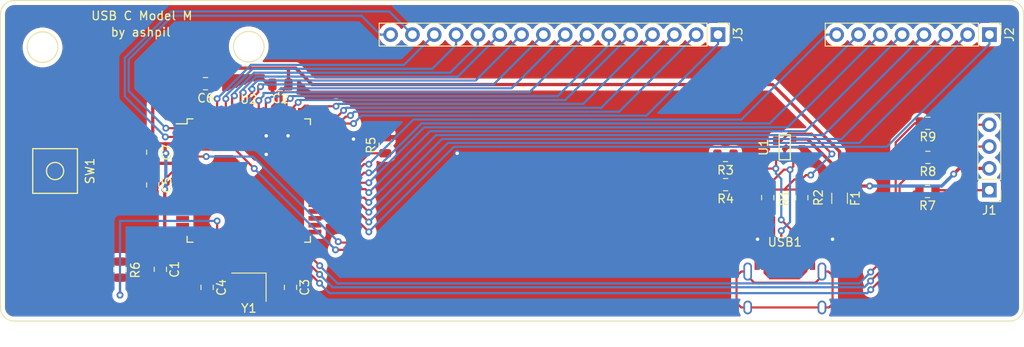
<source format=kicad_pcb>
(kicad_pcb (version 20171130) (host pcbnew "(5.1.4)-1")
  (layers (0 F.Cu signal) (31 B.Cu signal) (34 B.Paste user) (35 F.Paste user) (36 B.SilkS user) (37 F.SilkS user) (38 B.Mask user) (39 F.Mask user hide) (44 Edge.Cuts user))
  (net 0 "")
  (net 1 GND)
  (net 2 +5V)
  (net 3 "Net-(C3-Pad1)")
  (net 4 "Net-(C4-Pad2)")
  (net 5 "Net-(C5-Pad1)")
  (net 6 VCC)
  (net 7 "Net-(J1-Pad4)")
  (net 8 "Net-(J1-Pad3)")
  (net 9 "Net-(J1-Pad1)")
  (net 10 "Net-(J2-Pad8)")
  (net 11 "Net-(J2-Pad7)")
  (net 12 "Net-(J2-Pad6)")
  (net 13 "Net-(J2-Pad5)")
  (net 14 "Net-(J2-Pad4)")
  (net 15 "Net-(J2-Pad3)")
  (net 16 "Net-(J2-Pad2)")
  (net 17 "Net-(J2-Pad1)")
  (net 18 "Net-(J3-Pad16)")
  (net 19 "Net-(J3-Pad15)")
  (net 20 "Net-(J3-Pad14)")
  (net 21 "Net-(J3-Pad13)")
  (net 22 "Net-(J3-Pad12)")
  (net 23 "Net-(J3-Pad11)")
  (net 24 "Net-(J3-Pad10)")
  (net 25 "Net-(J3-Pad9)")
  (net 26 "Net-(J3-Pad8)")
  (net 27 "Net-(J3-Pad7)")
  (net 28 "Net-(R1-Pad2)")
  (net 29 "Net-(R1-Pad1)")
  (net 30 "Net-(R2-Pad1)")
  (net 31 D+)
  (net 32 "Net-(R3-Pad1)")
  (net 33 "Net-(R4-Pad2)")
  (net 34 D-)
  (net 35 "Net-(R5-Pad1)")
  (net 36 "Net-(R6-Pad2)")
  (net 37 "Net-(R7-Pad2)")
  (net 38 "Net-(R8-Pad2)")
  (net 39 "Net-(R9-Pad1)")
  (net 40 "Net-(U2-Pad62)")
  (net 41 "Net-(U2-Pad45)")
  (net 42 "Net-(U2-Pad44)")
  (net 43 "Net-(U2-Pad34)")
  (net 44 "Net-(U2-Pad33)")
  (net 45 "Net-(U2-Pad19)")
  (net 46 "Net-(U2-Pad18)")
  (net 47 "Net-(U2-Pad9)")
  (net 48 "Net-(USB1-Pad3)")
  (net 49 "Net-(USB1-Pad9)")
  (net 50 6)
  (net 51 5)
  (net 52 4)
  (net 53 3)
  (net 54 2)
  (net 55 1)
  (net 56 "Net-(U2-Pad29)")
  (net 57 "Net-(U2-Pad28)")
  (net 58 "Net-(U2-Pad27)")
  (net 59 "Net-(U2-Pad26)")
  (net 60 "Net-(U2-Pad25)")
  (net 61 "Net-(U2-Pad17)")
  (net 62 "Net-(U2-Pad16)")
  (net 63 "Net-(U2-Pad15)")
  (net 64 "Net-(U2-Pad14)")
  (net 65 "Net-(U2-Pad13)")
  (net 66 "Net-(U2-Pad12)")
  (net 67 "Net-(U2-Pad11)")
  (net 68 "Net-(U2-Pad10)")
  (net 69 "Net-(USB1-Pad13)")
  (module Package_QFP:TQFP-64_14x14mm_P0.8mm (layer F.Cu) (at 68.578474 93.974481)
    (fp_text reference U2 (at 0 -9.45) (layer F.SilkS))
    (fp_text value AT90USB1286-AU)
    (pad 64 smd rect (at -6 -7.7 90) (size 1.5 0.55) (layers F.Cu F.Paste F.Mask) (net 2 +5V))
    (pad 63 smd rect (at -5.2 -7.7 90) (size 1.5 0.55) (layers F.Cu F.Paste F.Mask) (net 1 GND))
    (pad 62 smd rect (at -4.4 -7.7 90) (size 1.5 0.55) (layers F.Cu F.Paste F.Mask) (net 40 "Net-(U2-Pad62)"))
    (pad 61 smd rect (at -3.6 -7.7 90) (size 1.5 0.55) (layers F.Cu F.Paste F.Mask) (net 20 "Net-(J3-Pad14)"))
    (pad 60 smd rect (at -2.8 -7.7 90) (size 1.5 0.55) (layers F.Cu F.Paste F.Mask) (net 21 "Net-(J3-Pad13)"))
    (pad 59 smd rect (at -2 -7.7 90) (size 1.5 0.55) (layers F.Cu F.Paste F.Mask) (net 22 "Net-(J3-Pad12)"))
    (pad 58 smd rect (at -1.2 -7.7 90) (size 1.5 0.55) (layers F.Cu F.Paste F.Mask) (net 23 "Net-(J3-Pad11)"))
    (pad 57 smd rect (at -0.4 -7.7 90) (size 1.5 0.55) (layers F.Cu F.Paste F.Mask) (net 24 "Net-(J3-Pad10)"))
    (pad 56 smd rect (at 0.4 -7.7 90) (size 1.5 0.55) (layers F.Cu F.Paste F.Mask) (net 25 "Net-(J3-Pad9)"))
    (pad 55 smd rect (at 1.2 -7.7 90) (size 1.5 0.55) (layers F.Cu F.Paste F.Mask) (net 26 "Net-(J3-Pad8)"))
    (pad 54 smd rect (at 2 -7.7 90) (size 1.5 0.55) (layers F.Cu F.Paste F.Mask) (net 27 "Net-(J3-Pad7)"))
    (pad 53 smd rect (at 2.8 -7.7 90) (size 1.5 0.55) (layers F.Cu F.Paste F.Mask) (net 1 GND))
    (pad 52 smd rect (at 3.6 -7.7 90) (size 1.5 0.55) (layers F.Cu F.Paste F.Mask) (net 2 +5V))
    (pad 51 smd rect (at 4.4 -7.7 90) (size 1.5 0.55) (layers F.Cu F.Paste F.Mask) (net 50 6))
    (pad 50 smd rect (at 5.2 -7.7 90) (size 1.5 0.55) (layers F.Cu F.Paste F.Mask) (net 51 5))
    (pad 49 smd rect (at 6 -7.7 90) (size 1.5 0.55) (layers F.Cu F.Paste F.Mask) (net 52 4))
    (pad 48 smd rect (at 7.7 -6) (size 1.5 0.55) (layers F.Cu F.Paste F.Mask) (net 53 3))
    (pad 47 smd rect (at 7.7 -5.2) (size 1.5 0.55) (layers F.Cu F.Paste F.Mask) (net 54 2))
    (pad 46 smd rect (at 7.7 -4.4) (size 1.5 0.55) (layers F.Cu F.Paste F.Mask) (net 55 1))
    (pad 45 smd rect (at 7.7 -3.6) (size 1.5 0.55) (layers F.Cu F.Paste F.Mask) (net 41 "Net-(U2-Pad45)"))
    (pad 44 smd rect (at 7.7 -2.8) (size 1.5 0.55) (layers F.Cu F.Paste F.Mask) (net 42 "Net-(U2-Pad44)"))
    (pad 43 smd rect (at 7.7 -2) (size 1.5 0.55) (layers F.Cu F.Paste F.Mask) (net 35 "Net-(R5-Pad1)"))
    (pad 42 smd rect (at 7.7 -1.2) (size 1.5 0.55) (layers F.Cu F.Paste F.Mask) (net 10 "Net-(J2-Pad8)"))
    (pad 41 smd rect (at 7.7 -0.4) (size 1.5 0.55) (layers F.Cu F.Paste F.Mask) (net 11 "Net-(J2-Pad7)"))
    (pad 40 smd rect (at 7.7 0.4) (size 1.5 0.55) (layers F.Cu F.Paste F.Mask) (net 12 "Net-(J2-Pad6)"))
    (pad 39 smd rect (at 7.7 1.2) (size 1.5 0.55) (layers F.Cu F.Paste F.Mask) (net 13 "Net-(J2-Pad5)"))
    (pad 38 smd rect (at 7.7 2) (size 1.5 0.55) (layers F.Cu F.Paste F.Mask) (net 14 "Net-(J2-Pad4)"))
    (pad 37 smd rect (at 7.7 2.8) (size 1.5 0.55) (layers F.Cu F.Paste F.Mask) (net 15 "Net-(J2-Pad3)"))
    (pad 36 smd rect (at 7.7 3.6) (size 1.5 0.55) (layers F.Cu F.Paste F.Mask) (net 16 "Net-(J2-Pad2)"))
    (pad 35 smd rect (at 7.7 4.4) (size 1.5 0.55) (layers F.Cu F.Paste F.Mask) (net 17 "Net-(J2-Pad1)"))
    (pad 34 smd rect (at 7.7 5.2) (size 1.5 0.55) (layers F.Cu F.Paste F.Mask) (net 43 "Net-(U2-Pad34)"))
    (pad 33 smd rect (at 7.7 6) (size 1.5 0.55) (layers F.Cu F.Paste F.Mask) (net 44 "Net-(U2-Pad33)"))
    (pad 32 smd rect (at 6 7.7 90) (size 1.5 0.55) (layers F.Cu F.Paste F.Mask) (net 39 "Net-(R9-Pad1)"))
    (pad 31 smd rect (at 5.2 7.7 90) (size 1.5 0.55) (layers F.Cu F.Paste F.Mask) (net 38 "Net-(R8-Pad2)"))
    (pad 30 smd rect (at 4.4 7.7 90) (size 1.5 0.55) (layers F.Cu F.Paste F.Mask) (net 37 "Net-(R7-Pad2)"))
    (pad 29 smd rect (at 3.6 7.7 90) (size 1.5 0.55) (layers F.Cu F.Paste F.Mask) (net 56 "Net-(U2-Pad29)"))
    (pad 28 smd rect (at 2.8 7.7 90) (size 1.5 0.55) (layers F.Cu F.Paste F.Mask) (net 57 "Net-(U2-Pad28)"))
    (pad 27 smd rect (at 2 7.7 90) (size 1.5 0.55) (layers F.Cu F.Paste F.Mask) (net 58 "Net-(U2-Pad27)"))
    (pad 26 smd rect (at 1.2 7.7 90) (size 1.5 0.55) (layers F.Cu F.Paste F.Mask) (net 59 "Net-(U2-Pad26)"))
    (pad 25 smd rect (at 0.4 7.7 90) (size 1.5 0.55) (layers F.Cu F.Paste F.Mask) (net 60 "Net-(U2-Pad25)"))
    (pad 24 smd rect (at -0.4 7.7 90) (size 1.5 0.55) (layers F.Cu F.Paste F.Mask) (net 3 "Net-(C3-Pad1)"))
    (pad 23 smd rect (at -1.2 7.7 90) (size 1.5 0.55) (layers F.Cu F.Paste F.Mask) (net 4 "Net-(C4-Pad2)"))
    (pad 22 smd rect (at -2 7.7 90) (size 1.5 0.55) (layers F.Cu F.Paste F.Mask) (net 1 GND))
    (pad 21 smd rect (at -2.8 7.7 90) (size 1.5 0.55) (layers F.Cu F.Paste F.Mask) (net 2 +5V))
    (pad 20 smd rect (at -3.6 7.7 90) (size 1.5 0.55) (layers F.Cu F.Paste F.Mask) (net 36 "Net-(R6-Pad2)"))
    (pad 19 smd rect (at -4.4 7.7 90) (size 1.5 0.55) (layers F.Cu F.Paste F.Mask) (net 45 "Net-(U2-Pad19)"))
    (pad 18 smd rect (at -5.2 7.7 90) (size 1.5 0.55) (layers F.Cu F.Paste F.Mask) (net 46 "Net-(U2-Pad18)"))
    (pad 17 smd rect (at -6 7.7 90) (size 1.5 0.55) (layers F.Cu F.Paste F.Mask) (net 61 "Net-(U2-Pad17)"))
    (pad 16 smd rect (at -7.7 6) (size 1.5 0.55) (layers F.Cu F.Paste F.Mask) (net 62 "Net-(U2-Pad16)"))
    (pad 15 smd rect (at -7.7 5.2) (size 1.5 0.55) (layers F.Cu F.Paste F.Mask) (net 63 "Net-(U2-Pad15)"))
    (pad 14 smd rect (at -7.7 4.4) (size 1.5 0.55) (layers F.Cu F.Paste F.Mask) (net 64 "Net-(U2-Pad14)"))
    (pad 13 smd rect (at -7.7 3.6) (size 1.5 0.55) (layers F.Cu F.Paste F.Mask) (net 65 "Net-(U2-Pad13)"))
    (pad 12 smd rect (at -7.7 2.8) (size 1.5 0.55) (layers F.Cu F.Paste F.Mask) (net 66 "Net-(U2-Pad12)"))
    (pad 11 smd rect (at -7.7 2) (size 1.5 0.55) (layers F.Cu F.Paste F.Mask) (net 67 "Net-(U2-Pad11)"))
    (pad 10 smd rect (at -7.7 1.2) (size 1.5 0.55) (layers F.Cu F.Paste F.Mask) (net 68 "Net-(U2-Pad10)"))
    (pad 9 smd rect (at -7.7 0.4) (size 1.5 0.55) (layers F.Cu F.Paste F.Mask) (net 47 "Net-(U2-Pad9)"))
    (pad 8 smd rect (at -7.7 -0.4) (size 1.5 0.55) (layers F.Cu F.Paste F.Mask) (net 2 +5V))
    (pad 7 smd rect (at -7.7 -1.2) (size 1.5 0.55) (layers F.Cu F.Paste F.Mask) (net 5 "Net-(C5-Pad1)"))
    (pad 6 smd rect (at -7.7 -2) (size 1.5 0.55) (layers F.Cu F.Paste F.Mask) (net 1 GND))
    (pad 5 smd rect (at -7.7 -2.8) (size 1.5 0.55) (layers F.Cu F.Paste F.Mask) (net 32 "Net-(R3-Pad1)"))
    (pad 4 smd rect (at -7.7 -3.6) (size 1.5 0.55) (layers F.Cu F.Paste F.Mask) (net 33 "Net-(R4-Pad2)"))
    (pad 3 smd rect (at -7.7 -4.4) (size 1.5 0.55) (layers F.Cu F.Paste F.Mask) (net 2 +5V))
    (pad 2 smd rect (at -7.7 -5.2) (size 1.5 0.55) (layers F.Cu F.Paste F.Mask) (net 19 "Net-(J3-Pad15)"))
    (pad 1 smd rect (at -7.7 -6) (size 1.5 0.55) (layers F.Cu F.Paste F.Mask) (net 18 "Net-(J3-Pad16)"))
  )
  (module Crystal:Crystal_SMD_3225-4Pin_3.2x2.5mm (layer F.Cu) (at 68.59347 106.398201 180)
    (fp_text reference Y1 (at 0 -2.45) (layer F.SilkS))
    (fp_text value 16MHz)
    (pad 4 smd rect (at -1.1 -0.85 180) (size 1.4 1.2) (layers F.Cu F.Paste F.Mask) (net 1 GND))
    (pad 3 smd rect (at 1.1 -0.85 180) (size 1.4 1.2) (layers F.Cu F.Paste F.Mask) (net 4 "Net-(C4-Pad2)"))
    (pad 2 smd rect (at 1.1 0.85 180) (size 1.4 1.2) (layers F.Cu F.Paste F.Mask) (net 1 GND))
    (pad 1 smd rect (at -1.1 0.85 180) (size 1.4 1.2) (layers F.Cu F.Paste F.Mask) (net 3 "Net-(C3-Pad1)"))
  )
  (module Type-C:HRO-TYPE-C-31-M-12-HandSoldering (layer F.Cu) (at 130.96875 111.34725)
    (fp_text reference USB1 (at 0 -10.2) (layer F.SilkS))
    (fp_text value HRO-TYPE-C-31-M-12)
    (pad 13 thru_hole oval (at 4.32 -2.6) (size 1 1.6) (drill oval 0.6 1.2) (layers *.Cu B.Mask) (net 69 "Net-(USB1-Pad13)"))
    (pad 13 thru_hole oval (at -4.32 -2.6) (size 1 1.6) (drill oval 0.6 1.2) (layers *.Cu B.Mask) (net 69 "Net-(USB1-Pad13)"))
    (pad 13 thru_hole oval (at 4.32 -6.78) (size 1 2.1) (drill oval 0.6 1.7) (layers *.Cu B.Mask) (net 69 "Net-(USB1-Pad13)"))
    (pad 13 thru_hole oval (at -4.32 -6.78) (size 1 2.1) (drill oval 0.6 1.7) (layers *.Cu B.Mask) (net 69 "Net-(USB1-Pad13)"))
    (pad "" np_thru_hole circle (at -2.89 -6.25) (size 0.65 0.65) (drill 0.65) (layers *.Cu *.Mask))
    (pad "" np_thru_hole circle (at 2.89 -6.25) (size 0.65 0.65) (drill 0.65) (layers *.Cu *.Mask))
    (pad 6 smd rect (at -0.25 -8.195) (size 0.3 2.45) (layers F.Cu F.Paste F.Mask) (net 31 D+))
    (pad 7 smd rect (at 0.25 -8.195) (size 0.3 2.45) (layers F.Cu F.Paste F.Mask) (net 34 D-))
    (pad 8 smd rect (at 0.75 -8.195) (size 0.3 2.45) (layers F.Cu F.Paste F.Mask) (net 31 D+))
    (pad 5 smd rect (at -0.75 -8.195) (size 0.3 2.45) (layers F.Cu F.Paste F.Mask) (net 34 D-))
    (pad 9 smd rect (at 1.25 -8.195) (size 0.3 2.45) (layers F.Cu F.Paste F.Mask) (net 49 "Net-(USB1-Pad9)"))
    (pad 4 smd rect (at -1.25 -8.195) (size 0.3 2.45) (layers F.Cu F.Paste F.Mask) (net 29 "Net-(R1-Pad1)"))
    (pad 10 smd rect (at 1.75 -8.195) (size 0.3 2.45) (layers F.Cu F.Paste F.Mask) (net 30 "Net-(R2-Pad1)"))
    (pad 3 smd rect (at -1.75 -8.195) (size 0.3 2.45) (layers F.Cu F.Paste F.Mask) (net 48 "Net-(USB1-Pad3)"))
    (pad 2 smd rect (at -2.45 -8.195) (size 0.6 2.45) (layers F.Cu F.Paste F.Mask) (net 6 VCC))
    (pad 11 smd rect (at 2.45 -8.195) (size 0.6 2.45) (layers F.Cu F.Paste F.Mask) (net 6 VCC))
    (pad 1 smd rect (at -3.225 -8.195) (size 0.6 2.45) (layers F.Cu F.Paste F.Mask) (net 1 GND))
    (pad 12 smd rect (at 3.225 -8.195) (size 0.6 2.45) (layers F.Cu F.Paste F.Mask) (net 1 GND))
  )
  (module random-keyboard-parts:SOT143B (layer F.Cu) (at 130.953 90.109 270)
    (fp_text reference U1 (at 0 2.45 90) (layer F.SilkS))
    (fp_text value PRTR5V0U2X)
    (pad 1 smd rect (at -0.75 1 270) (size 1 0.7) (layers F.Cu F.Paste F.Mask) (net 28 "Net-(R1-Pad2)"))
    (pad 4 smd rect (at -0.95 -1 270) (size 0.6 0.7) (layers F.Cu F.Paste F.Mask) (net 2 +5V))
    (pad 2 smd rect (at 0.95 1 270) (size 0.6 0.7) (layers F.Cu F.Paste F.Mask) (net 31 D+))
    (pad 3 smd rect (at 0.95 -1 270) (size 0.6 0.7) (layers F.Cu F.Paste F.Mask) (net 34 D-))
  )
  (module random-keyboard-parts:SKQG-1155865 (layer F.Cu) (at 46.0375 92.86875 90)
    (fp_text reference SW1 (at 0 4.064 90) (layer F.SilkS))
    (fp_text value SW_Push)
    (pad 1 smd rect (at 3.1 1.85 90) (size 1.8 1.1) (layers F.Cu F.Paste F.Mask) (net 1 GND))
    (pad 2 smd rect (at -3.1 -1.85 90) (size 1.8 1.1) (layers F.Cu F.Paste F.Mask) (net 36 "Net-(R6-Pad2)"))
    (pad 3 smd rect (at 3.1 -1.85 90) (size 1.8 1.1) (layers F.Cu F.Paste F.Mask))
    (pad 4 smd rect (at -3.1 1.85 90) (size 1.8 1.1) (layers F.Cu F.Paste F.Mask))
  )
  (module Resistor_SMD:R_0805_2012Metric (layer F.Cu) (at 147.616206 87.313893)
    (fp_text reference R9 (at 0 1.5875) (layer F.SilkS))
    (fp_text value 470R)
    (pad 2 smd roundrect (at 0.9375 0) (size 0.975 1.4) (layers F.Cu F.Paste F.Mask) (net 7 "Net-(J1-Pad4)"))
    (pad 1 smd roundrect (at -0.9375 0) (size 0.975 1.4) (layers F.Cu F.Paste F.Mask) (net 39 "Net-(R9-Pad1)"))
  )
  (module Resistor_SMD:R_0805_2012Metric (layer F.Cu) (at 147.616206 91.282643 180)
    (fp_text reference R8 (at 0 -1.65) (layer F.SilkS))
    (fp_text value 470R)
    (pad 2 smd roundrect (at 0.9375 0 180) (size 0.975 1.4) (layers F.Cu F.Paste F.Mask) (net 38 "Net-(R8-Pad2)"))
    (pad 1 smd roundrect (at -0.9375 0 180) (size 0.975 1.4) (layers F.Cu F.Paste F.Mask) (net 8 "Net-(J1-Pad3)"))
  )
  (module Resistor_SMD:R_0805_2012Metric (layer F.Cu) (at 147.567706 95.251393 180)
    (fp_text reference R7 (at 0 -1.65) (layer F.SilkS))
    (fp_text value 470R)
    (pad 2 smd roundrect (at 0.9375 0 180) (size 0.975 1.4) (layers F.Cu F.Paste F.Mask) (net 37 "Net-(R7-Pad2)"))
    (pad 1 smd roundrect (at -0.9375 0 180) (size 0.975 1.4) (layers F.Cu F.Paste F.Mask) (net 9 "Net-(J1-Pad1)"))
  )
  (module Resistor_SMD:R_0805_2012Metric (layer F.Cu) (at 53.594 104.3455 270)
    (fp_text reference R6 (at 0.0485 -1.778 90) (layer F.SilkS))
    (fp_text value 10k)
    (pad 1 smd roundrect (at -0.9375 0 270) (size 0.975 1.4) (layers F.Cu F.Paste F.Mask) (net 2 +5V))
    (pad 2 smd roundrect (at 0.9375 0 270) (size 0.975 1.4) (layers F.Cu F.Paste F.Mask) (net 36 "Net-(R6-Pad2)"))
  )
  (module Resistor_SMD:R_0805_2012Metric (layer F.Cu) (at 84.455 89.8675 90)
    (fp_text reference R5 (at 0 -1.65 90) (layer F.SilkS))
    (fp_text value 10k)
    (pad 2 smd roundrect (at 0.9375 0 90) (size 0.975 1.4) (layers F.Cu F.Paste F.Mask) (net 1 GND))
    (pad 1 smd roundrect (at -0.9375 0 90) (size 0.975 1.4) (layers F.Cu F.Paste F.Mask) (net 35 "Net-(R5-Pad1)"))
  )
  (module Resistor_SMD:R_0805_2012Metric (layer F.Cu) (at 124.077517 94.45625 180)
    (fp_text reference R4 (at 0 -1.65) (layer F.SilkS))
    (fp_text value 22)
    (pad 2 smd roundrect (at 0.9375 0 180) (size 0.975 1.4) (layers F.Cu F.Paste F.Mask) (net 33 "Net-(R4-Pad2)"))
    (pad 1 smd roundrect (at -0.9375 0 180) (size 0.975 1.4) (layers F.Cu F.Paste F.Mask) (net 34 D-))
  )
  (module Resistor_SMD:R_0805_2012Metric (layer F.Cu) (at 124.062517 91.059)
    (fp_text reference R3 (at 0 1.7145) (layer F.SilkS))
    (fp_text value 22)
    (pad 2 smd roundrect (at 0.9375 0) (size 0.975 1.4) (layers F.Cu F.Paste F.Mask) (net 31 D+))
    (pad 1 smd roundrect (at -0.9375 0) (size 0.975 1.4) (layers F.Cu F.Paste F.Mask) (net 32 "Net-(R3-Pad1)"))
  )
  (module Resistor_SMD:R_0805_2012Metric (layer F.Cu) (at 132.944108 95.966574 90)
    (fp_text reference R2 (at 0 1.929892 90) (layer F.SilkS))
    (fp_text value 5.1k)
    (pad 2 smd roundrect (at 0.9375 0 90) (size 0.975 1.4) (layers F.Cu F.Paste F.Mask) (net 28 "Net-(R1-Pad2)"))
    (pad 1 smd roundrect (at -0.9375 0 90) (size 0.975 1.4) (layers F.Cu F.Paste F.Mask) (net 30 "Net-(R2-Pad1)"))
  )
  (module Resistor_SMD:R_0805_2012Metric (layer F.Cu) (at 128.975358 95.966574 90)
    (fp_text reference R1 (at -0.045426 1.961642 90) (layer F.SilkS))
    (fp_text value 5.1k)
    (pad 2 smd roundrect (at 0.9375 0 90) (size 0.975 1.4) (layers F.Cu F.Paste F.Mask) (net 28 "Net-(R1-Pad2)"))
    (pad 1 smd roundrect (at -0.9375 0 90) (size 0.975 1.4) (layers F.Cu F.Paste F.Mask) (net 29 "Net-(R1-Pad1)"))
  )
  (module Connector_PinHeader_2.54mm:PinHeader_1x16_P2.54mm_Vertical (layer F.Cu) (at 123.19 76.99375 270)
    (fp_text reference J3 (at 0 -2.33 90) (layer F.SilkS))
    (fp_text value Conn_01x16)
    (pad 16 thru_hole oval (at 0 38.1 270) (size 1.7 1.7) (drill 1) (layers *.Cu *.Mask) (net 18 "Net-(J3-Pad16)"))
    (pad 15 thru_hole oval (at 0 35.56 270) (size 1.7 1.7) (drill 1) (layers *.Cu *.Mask) (net 19 "Net-(J3-Pad15)"))
    (pad 14 thru_hole oval (at 0 33.02 270) (size 1.7 1.7) (drill 1) (layers *.Cu *.Mask) (net 20 "Net-(J3-Pad14)"))
    (pad 13 thru_hole oval (at 0 30.48 270) (size 1.7 1.7) (drill 1) (layers *.Cu *.Mask) (net 21 "Net-(J3-Pad13)"))
    (pad 12 thru_hole oval (at 0 27.94 270) (size 1.7 1.7) (drill 1) (layers *.Cu *.Mask) (net 22 "Net-(J3-Pad12)"))
    (pad 11 thru_hole oval (at 0 25.4 270) (size 1.7 1.7) (drill 1) (layers *.Cu *.Mask) (net 23 "Net-(J3-Pad11)"))
    (pad 10 thru_hole oval (at 0 22.86 270) (size 1.7 1.7) (drill 1) (layers *.Cu *.Mask) (net 24 "Net-(J3-Pad10)"))
    (pad 9 thru_hole oval (at 0 20.32 270) (size 1.7 1.7) (drill 1) (layers *.Cu *.Mask) (net 25 "Net-(J3-Pad9)"))
    (pad 8 thru_hole oval (at 0 17.78 270) (size 1.7 1.7) (drill 1) (layers *.Cu *.Mask) (net 26 "Net-(J3-Pad8)"))
    (pad 7 thru_hole oval (at 0 15.24 270) (size 1.7 1.7) (drill 1) (layers *.Cu *.Mask) (net 27 "Net-(J3-Pad7)"))
    (pad 6 thru_hole oval (at 0 12.7 270) (size 1.7 1.7) (drill 1) (layers *.Cu *.Mask) (net 50 6))
    (pad 5 thru_hole oval (at 0 10.16 270) (size 1.7 1.7) (drill 1) (layers *.Cu *.Mask) (net 51 5))
    (pad 4 thru_hole oval (at 0 7.62 270) (size 1.7 1.7) (drill 1) (layers *.Cu *.Mask) (net 52 4))
    (pad 3 thru_hole oval (at 0 5.08 270) (size 1.7 1.7) (drill 1) (layers *.Cu *.Mask) (net 53 3))
    (pad 2 thru_hole oval (at 0 2.54 270) (size 1.7 1.7) (drill 1) (layers *.Cu *.Mask) (net 54 2))
    (pad 1 thru_hole rect (at 0 0 270) (size 1.7 1.7) (drill 1) (layers *.Cu *.Mask) (net 55 1))
  )
  (module Connector_PinHeader_2.54mm:PinHeader_1x08_P2.54mm_Vertical (layer F.Cu) (at 154.78125 76.99375 270)
    (fp_text reference J2 (at 0 -2.33 90) (layer F.SilkS))
    (fp_text value Conn_01x08)
    (pad 8 thru_hole oval (at 0 17.78 270) (size 1.7 1.7) (drill 1) (layers *.Cu *.Mask) (net 10 "Net-(J2-Pad8)"))
    (pad 7 thru_hole oval (at 0 15.24 270) (size 1.7 1.7) (drill 1) (layers *.Cu *.Mask) (net 11 "Net-(J2-Pad7)"))
    (pad 6 thru_hole oval (at 0 12.7 270) (size 1.7 1.7) (drill 1) (layers *.Cu *.Mask) (net 12 "Net-(J2-Pad6)"))
    (pad 5 thru_hole oval (at 0 10.16 270) (size 1.7 1.7) (drill 1) (layers *.Cu *.Mask) (net 13 "Net-(J2-Pad5)"))
    (pad 4 thru_hole oval (at 0 7.62 270) (size 1.7 1.7) (drill 1) (layers *.Cu *.Mask) (net 14 "Net-(J2-Pad4)"))
    (pad 3 thru_hole oval (at 0 5.08 270) (size 1.7 1.7) (drill 1) (layers *.Cu *.Mask) (net 15 "Net-(J2-Pad3)"))
    (pad 2 thru_hole oval (at 0 2.54 270) (size 1.7 1.7) (drill 1) (layers *.Cu *.Mask) (net 16 "Net-(J2-Pad2)"))
    (pad 1 thru_hole rect (at 0 0 270) (size 1.7 1.7) (drill 1) (layers *.Cu *.Mask) (net 17 "Net-(J2-Pad1)"))
  )
  (module Connector_PinHeader_2.54mm:PinHeader_1x04_P2.54mm_Vertical (layer F.Cu) (at 154.764202 95.100375 180)
    (fp_text reference J1 (at 0 -2.33) (layer F.SilkS))
    (fp_text value Conn_01x04)
    (pad 4 thru_hole oval (at 0 7.62 180) (size 1.7 1.7) (drill 1) (layers *.Cu *.Mask) (net 7 "Net-(J1-Pad4)"))
    (pad 3 thru_hole oval (at 0 5.08 180) (size 1.7 1.7) (drill 1) (layers *.Cu *.Mask) (net 8 "Net-(J1-Pad3)"))
    (pad 2 thru_hole oval (at 0 2.54 180) (size 1.7 1.7) (drill 1) (layers *.Cu *.Mask) (net 2 +5V))
    (pad 1 thru_hole rect (at 0 0 180) (size 1.7 1.7) (drill 1) (layers *.Cu *.Mask) (net 9 "Net-(J1-Pad1)"))
  )
  (module Fuse:Fuse_1206_3216Metric (layer F.Cu) (at 137.342802 96.042779 270)
    (fp_text reference F1 (at 0 -1.82 90) (layer F.SilkS))
    (fp_text value 500mA)
    (pad 2 smd roundrect (at 1.4 0 270) (size 1.25 1.75) (layers F.Cu F.Paste F.Mask) (roundrect_rratio 0.2) (net 6 VCC))
    (pad 1 smd roundrect (at -1.4 0 270) (size 1.25 1.75) (layers F.Cu F.Paste F.Mask) (roundrect_rratio 0.2) (net 2 +5V))
  )
  (module Capacitor_SMD:C_0805_2012Metric (layer F.Cu) (at 57.404 90.678 270)
    (fp_text reference C7 (at 0 -1.65 90) (layer F.SilkS))
    (fp_text value 10uF)
    (pad 1 smd roundrect (at -0.9375 0 270) (size 0.975 1.4) (layers F.Cu F.Paste F.Mask) (net 2 +5V))
    (pad 2 smd roundrect (at 0.9375 0 270) (size 0.975 1.4) (layers F.Cu F.Paste F.Mask) (net 1 GND))
  )
  (module Capacitor_SMD:C_0805_2012Metric (layer F.Cu) (at 63.545224 82.703231)
    (fp_text reference C6 (at 0.01675 1.68275) (layer F.SilkS))
    (fp_text value 0.1uF)
    (pad 2 smd roundrect (at 0.9375 0) (size 0.975 1.4) (layers F.Cu F.Paste F.Mask) (net 1 GND))
    (pad 1 smd roundrect (at -0.9375 0) (size 0.975 1.4) (layers F.Cu F.Paste F.Mask) (net 2 +5V))
  )
  (module Capacitor_SMD:C_0805_2012Metric (layer F.Cu) (at 57.404 94.488 90)
    (fp_text reference C5 (at -0.013474 1.651 90) (layer F.SilkS))
    (fp_text value 1uF)
    (pad 2 smd roundrect (at 0.9375 0 90) (size 0.975 1.4) (layers F.Cu F.Paste F.Mask) (net 1 GND))
    (pad 1 smd roundrect (at -0.9375 0 90) (size 0.975 1.4) (layers F.Cu F.Paste F.Mask) (net 5 "Net-(C5-Pad1)"))
  )
  (module Capacitor_SMD:C_0805_2012Metric (layer F.Cu) (at 63.729113 106.415648 270)
    (fp_text reference C4 (at 0.010352 -1.675887 90) (layer F.SilkS))
    (fp_text value 22pF)
    (pad 2 smd roundrect (at 0.9375 0 270) (size 0.975 1.4) (layers F.Cu F.Paste F.Mask) (net 4 "Net-(C4-Pad2)"))
    (pad 1 smd roundrect (at -0.9375 0 270) (size 0.975 1.4) (layers F.Cu F.Paste F.Mask) (net 1 GND))
  )
  (module Capacitor_SMD:C_0805_2012Metric (layer F.Cu) (at 73.437321 106.40784 270)
    (fp_text reference C3 (at 0 -1.65 90) (layer F.SilkS))
    (fp_text value 22pF)
    (pad 2 smd roundrect (at 0.9375 0 270) (size 0.975 1.4) (layers F.Cu F.Paste F.Mask) (net 1 GND))
    (pad 1 smd roundrect (at -0.9375 0 270) (size 0.975 1.4) (layers F.Cu F.Paste F.Mask) (net 3 "Net-(C3-Pad1)"))
  )
  (module Capacitor_SMD:C_0805_2012Metric (layer F.Cu) (at 72.263 82.804 180)
    (fp_text reference C2 (at 0 -1.65) (layer F.SilkS))
    (fp_text value 0.1uF)
    (pad 2 smd roundrect (at 0.9375 0 180) (size 0.975 1.4) (layers F.Cu F.Paste F.Mask) (net 1 GND))
    (pad 1 smd roundrect (at -0.9375 0 180) (size 0.975 1.4) (layers F.Cu F.Paste F.Mask) (net 2 +5V))
  )
  (module Capacitor_SMD:C_0805_2012Metric (layer F.Cu) (at 58.291474 104.3155 270)
    (fp_text reference C1 (at 0 -1.65 90) (layer F.SilkS))
    (fp_text value 0.1uF)
    (pad 2 smd roundrect (at 0.9375 0 270) (size 0.975 1.4) (layers F.Cu F.Paste F.Mask) (net 1 GND))
    (pad 1 smd roundrect (at -0.9375 0 270) (size 0.975 1.4) (layers F.Cu F.Paste F.Mask) (net 2 +5V))
  )
  (gr_circle (center 44.577 78.486) (end 46.355 78.613) (layer Edge.Cuts) (width 0.05))
  (gr_circle (center 68.58 78.359) (end 70.358 78.486) (layer Edge.Cuts) (width 0.05))
  (gr_arc (start 41.275 74.6125) (end 41.275 73.025) (angle -90) (layer Edge.Cuts) (width 0.05))
  (gr_arc (start 41.275 108.74375) (end 39.6875 108.74375) (angle -90) (layer Edge.Cuts) (width 0.05))
  (gr_line (start 41.275 110.33125) (end 157.1625 110.33125) (layer Edge.Cuts) (width 0.05))
  (gr_line (start 39.6875 74.6125) (end 39.6875 108.74375) (layer Edge.Cuts) (width 0.05))
  (gr_line (start 157.1625 73.025) (end 41.275 73.025) (layer Edge.Cuts) (width 0.05))
  (gr_arc (start 157.1625 74.6125) (end 158.75 74.6125) (angle -90) (layer Edge.Cuts) (width 0.05))
  (gr_line (start 158.75 108.74375) (end 158.75 74.6125) (layer Edge.Cuts) (width 0.05))
  (gr_arc (start 157.1625 108.74375) (end 157.1625 110.33125) (angle -90) (layer Edge.Cuts) (width 0.05))
  (gr_line (start 39.6875 108.74375) (end 39.6875 107.95) (layer F.SilkS) (width 0.12))
  (gr_line (start 158.75 108.74375) (end 158.75 107.95) (layer F.SilkS) (width 0.12))
  (gr_text "by ashpil" (at 56.007 76.708) (layer F.SilkS) (effects (font (size 1 1))))
  (gr_text "USB C Model M\n" (at 56.134 74.803) (layer F.SilkS) (effects (font (size 1 1))))
  (gr_circle (center 44.577 78.4225) (end 44.45 76.6445) (layer F.SilkS) (width 0.12))
  (gr_circle (center 68.58 78.4225) (end 68.453 76.6445) (layer F.SilkS) (width 0.12))
  (gr_line (start 39.6875 74.6125) (end 39.6875 107.95) (layer F.SilkS) (width 0.12))
  (gr_line (start 157.1625 73.025) (end 41.275 73.025) (layer F.SilkS) (width 0.12))
  (gr_line (start 158.75 107.95) (end 158.75 74.6125) (layer F.SilkS) (width 0.12))
  (gr_line (start 41.275 110.33125) (end 157.1625 110.33125) (layer F.SilkS) (width 0.12))
  (gr_arc (start 41.275 108.74375) (end 39.6875 108.74375) (angle -90) (layer F.SilkS) (width 0.12))
  (gr_arc (start 41.275 74.6125) (end 41.275 73.025) (angle -90) (layer F.SilkS) (width 0.12))
  (gr_arc (start 157.1625 108.74375) (end 157.1625 110.33125) (angle -90) (layer F.SilkS) (width 0.12))
  (gr_arc (start 157.1625 74.6125) (end 158.75 74.6125) (angle -90) (layer F.SilkS) (width 0.12))
  (segment (start 73.340182 107.248201) (end 73.437321 107.34534) (width 0.381) (layer F.Cu) (net 1))
  (segment (start 69.69347 107.248201) (end 73.340182 107.248201) (width 0.381) (layer F.Cu) (net 1))
  (segment (start 67.796372 105.548201) (end 67.49347 105.548201) (width 0.381) (layer F.Cu) (net 1))
  (segment (start 69.496372 107.248201) (end 67.796372 105.548201) (width 0.254) (layer F.Cu) (net 1))
  (segment (start 69.69347 107.248201) (end 69.496372 107.248201) (width 0.381) (layer F.Cu) (net 1))
  (segment (start 66.578474 102.628787) (end 66.578474 101.674481) (width 0.381) (layer F.Cu) (net 1))
  (segment (start 65.248252 103.95901) (end 65.363131 103.844131) (width 0.381) (layer F.Cu) (net 1))
  (segment (start 63.729113 105.478148) (end 65.363131 103.844131) (width 0.381) (layer F.Cu) (net 1))
  (segment (start 65.363131 103.844131) (end 66.578474 102.628787) (width 0.381) (layer F.Cu) (net 1))
  (segment (start 58.847711 104.696763) (end 58.879237 104.696763) (width 0.381) (layer F.Cu) (net 1))
  (segment (start 58.291474 105.253) (end 58.847711 104.696763) (width 0.381) (layer F.Cu) (net 1))
  (segment (start 58.879237 104.696763) (end 59.61699 103.95901) (width 0.381) (layer F.Cu) (net 1))
  (segment (start 59.61699 103.95901) (end 65.248252 103.95901) (width 0.381) (layer F.Cu) (net 1))
  (segment (start 63.378474 83.807481) (end 63.378474 86.274481) (width 0.381) (layer F.Cu) (net 1))
  (segment (start 64.482724 82.703231) (end 63.378474 83.807481) (width 0.381) (layer F.Cu) (net 1))
  (segment (start 71.378474 85.346579) (end 71.378474 86.274481) (width 0.381) (layer F.Cu) (net 1))
  (segment (start 71.755 84.970053) (end 71.378474 85.346579) (width 0.381) (layer F.Cu) (net 1))
  (segment (start 71.755 84.0335) (end 71.755 84.970053) (width 0.381) (layer F.Cu) (net 1))
  (segment (start 71.3255 83.604) (end 71.755 84.0335) (width 0.381) (layer F.Cu) (net 1))
  (segment (start 71.3255 82.804) (end 71.3255 83.604) (width 0.381) (layer F.Cu) (net 1))
  (segment (start 65.038961 82.146994) (end 64.482724 82.703231) (width 0.381) (layer F.Cu) (net 1))
  (segment (start 70.201736 82.146994) (end 65.038961 82.146994) (width 0.381) (layer F.Cu) (net 1))
  (segment (start 71.3255 82.804) (end 70.858742 82.804) (width 0.381) (layer F.Cu) (net 1))
  (segment (start 70.858742 82.804) (end 70.201736 82.146994) (width 0.381) (layer F.Cu) (net 1))
  (segment (start 134.19375 103.15225) (end 134.19375 103.47225) (width 0.381) (layer F.Cu) (net 1))
  (segment (start 127.74375 103.15225) (end 127.74375 103.47225) (width 0.381) (layer F.Cu) (net 1))
  (via (at 80.772 89.154) (size 0.8) (drill 0.4) (layers F.Cu B.Cu) (net 1))
  (segment (start 84.455 88.93) (end 80.996 88.93) (width 0.381) (layer F.Cu) (net 1))
  (segment (start 80.996 88.93) (end 80.772 89.154) (width 0.381) (layer F.Cu) (net 1))
  (via (at 73.152 88.773) (size 0.8) (drill 0.4) (layers F.Cu B.Cu) (net 1))
  (segment (start 80.772 89.154) (end 73.533 89.154) (width 0.381) (layer B.Cu) (net 1))
  (segment (start 73.533 89.154) (end 73.152 88.773) (width 0.381) (layer B.Cu) (net 1))
  (segment (start 71.378474 87.405481) (end 71.378474 86.274481) (width 0.381) (layer F.Cu) (net 1))
  (segment (start 73.152 88.773) (end 72.752001 88.373001) (width 0.381) (layer F.Cu) (net 1))
  (segment (start 72.752001 88.373001) (end 72.345994 88.373001) (width 0.381) (layer F.Cu) (net 1))
  (via (at 92.837 90.805) (size 0.8) (drill 0.4) (layers F.Cu B.Cu) (net 1))
  (segment (start 92.837 90.805) (end 91.948 90.805) (width 0.381) (layer F.Cu) (net 1))
  (segment (start 91.948 90.805) (end 90.043 88.9) (width 0.381) (layer F.Cu) (net 1))
  (segment (start 90.013 88.93) (end 84.455 88.93) (width 0.381) (layer F.Cu) (net 1))
  (segment (start 90.043 88.9) (end 90.013 88.93) (width 0.381) (layer F.Cu) (net 1))
  (segment (start 62.009474 91.974481) (end 60.878474 91.974481) (width 0.381) (layer F.Cu) (net 1))
  (segment (start 66.578474 96.543481) (end 62.009474 91.974481) (width 0.381) (layer F.Cu) (net 1))
  (segment (start 66.578474 101.674481) (end 66.578474 96.543481) (width 0.381) (layer F.Cu) (net 1))
  (segment (start 72.345994 88.373001) (end 71.378474 87.405481) (width 0.381) (layer F.Cu) (net 1))
  (segment (start 63.378474 87.202383) (end 64.949091 88.773) (width 0.381) (layer F.Cu) (net 1))
  (segment (start 63.378474 86.274481) (end 63.378474 87.202383) (width 0.381) (layer F.Cu) (net 1))
  (via (at 70.612 88.773) (size 0.8) (drill 0.4) (layers F.Cu B.Cu) (net 1))
  (segment (start 64.949091 88.773) (end 70.612 88.773) (width 0.381) (layer F.Cu) (net 1))
  (segment (start 70.612 88.773) (end 70.612 90.932) (width 0.381) (layer B.Cu) (net 1))
  (via (at 70.612 90.932) (size 0.8) (drill 0.4) (layers F.Cu B.Cu) (net 1))
  (segment (start 66.578474 96.394555) (end 66.578474 96.543481) (width 0.381) (layer F.Cu) (net 1))
  (segment (start 70.612 92.361029) (end 66.578474 96.394555) (width 0.381) (layer F.Cu) (net 1))
  (segment (start 70.612 90.932) (end 70.612 92.361029) (width 0.381) (layer F.Cu) (net 1))
  (via (at 136.525 100.80625) (size 0.8) (drill 0.4) (layers F.Cu B.Cu) (net 1))
  (segment (start 135.61475 100.80625) (end 136.525 100.80625) (width 0.381) (layer F.Cu) (net 1))
  (segment (start 134.19375 103.15225) (end 134.19375 102.22725) (width 0.381) (layer F.Cu) (net 1))
  (segment (start 134.19375 102.22725) (end 135.61475 100.80625) (width 0.381) (layer F.Cu) (net 1))
  (via (at 127.79375 100.80625) (size 0.8) (drill 0.4) (layers F.Cu B.Cu) (net 1))
  (segment (start 127.74375 100.85625) (end 127.79375 100.80625) (width 0.381) (layer F.Cu) (net 1))
  (segment (start 127.74375 103.15225) (end 127.74375 100.85625) (width 0.381) (layer F.Cu) (net 1))
  (segment (start 136.525 100.80625) (end 127.79375 100.80625) (width 0.381) (layer B.Cu) (net 1))
  (segment (start 123.98375 100.80625) (end 113.9825 90.805) (width 0.381) (layer B.Cu) (net 1))
  (segment (start 127.79375 100.80625) (end 123.98375 100.80625) (width 0.381) (layer B.Cu) (net 1))
  (segment (start 113.9825 90.805) (end 92.837 90.805) (width 0.381) (layer B.Cu) (net 1))
  (segment (start 69.59347 107.248201) (end 69.69347 107.248201) (width 0.381) (layer F.Cu) (net 1))
  (segment (start 68.002671 108.839) (end 69.59347 107.248201) (width 0.381) (layer F.Cu) (net 1))
  (segment (start 62.929113 105.478148) (end 62.638603 105.768658) (width 0.381) (layer F.Cu) (net 1))
  (segment (start 63.729113 105.478148) (end 62.929113 105.478148) (width 0.381) (layer F.Cu) (net 1))
  (segment (start 62.865 108.839) (end 68.002671 108.839) (width 0.381) (layer F.Cu) (net 1))
  (segment (start 62.633342 105.768658) (end 62.357 106.045) (width 0.381) (layer F.Cu) (net 1))
  (segment (start 62.638603 105.768658) (end 62.633342 105.768658) (width 0.381) (layer F.Cu) (net 1))
  (segment (start 62.357 106.045) (end 62.357 108.331) (width 0.381) (layer F.Cu) (net 1))
  (segment (start 62.357 108.331) (end 62.865 108.839) (width 0.381) (layer F.Cu) (net 1))
  (segment (start 57.762981 91.974481) (end 60.878474 91.974481) (width 0.381) (layer F.Cu) (net 1))
  (segment (start 57.404 91.6155) (end 57.762981 91.974481) (width 0.381) (layer F.Cu) (net 1))
  (segment (start 55.55725 89.76875) (end 47.8875 89.76875) (width 0.381) (layer F.Cu) (net 1))
  (segment (start 57.404 91.6155) (end 55.55725 89.76875) (width 0.381) (layer F.Cu) (net 1))
  (segment (start 56.604 93.5505) (end 55.1285 92.075) (width 0.381) (layer F.Cu) (net 1))
  (segment (start 57.404 93.5505) (end 56.604 93.5505) (width 0.381) (layer F.Cu) (net 1))
  (segment (start 55.1285 90.1975) (end 55.55725 89.76875) (width 0.381) (layer F.Cu) (net 1))
  (segment (start 55.1285 92.075) (end 55.1285 90.1975) (width 0.381) (layer F.Cu) (net 1))
  (segment (start 65.778474 102.602383) (end 65.778474 101.674481) (width 0.381) (layer F.Cu) (net 2))
  (segment (start 65.002857 103.378) (end 65.778474 102.602383) (width 0.381) (layer F.Cu) (net 2))
  (segment (start 58.261474 103.408) (end 58.291474 103.378) (width 0.381) (layer F.Cu) (net 2))
  (segment (start 53.594 103.408) (end 58.261474 103.408) (width 0.381) (layer F.Cu) (net 2))
  (segment (start 60.743975 89.70898) (end 60.878474 89.574481) (width 0.381) (layer F.Cu) (net 2))
  (segment (start 62.607724 86.245231) (end 62.578474 86.274481) (width 0.381) (layer F.Cu) (net 2))
  (segment (start 62.607724 82.703231) (end 62.607724 86.245231) (width 0.381) (layer F.Cu) (net 2))
  (segment (start 72.178474 85.368251) (end 72.178474 86.274481) (width 0.381) (layer F.Cu) (net 2))
  (segment (start 72.33601 85.210715) (end 72.178474 85.368251) (width 0.381) (layer F.Cu) (net 2))
  (segment (start 73.2005 82.804) (end 72.33601 83.66849) (width 0.381) (layer F.Cu) (net 2))
  (segment (start 72.33601 83.66849) (end 72.33601 85.210715) (width 0.381) (layer F.Cu) (net 2))
  (via (at 150.622 93.218) (size 0.8) (drill 0.4) (layers F.Cu B.Cu) (net 2))
  (segment (start 154.764202 92.560375) (end 151.279625 92.560375) (width 0.381) (layer F.Cu) (net 2))
  (segment (start 151.279625 92.560375) (end 150.622 93.218) (width 0.381) (layer F.Cu) (net 2))
  (via (at 140.843 94.615) (size 0.8) (drill 0.4) (layers F.Cu B.Cu) (net 2))
  (segment (start 150.622 93.218) (end 149.225 94.615) (width 0.381) (layer B.Cu) (net 2))
  (segment (start 149.225 94.615) (end 140.843 94.615) (width 0.381) (layer B.Cu) (net 2))
  (segment (start 137.370581 94.615) (end 137.342802 94.642779) (width 0.381) (layer F.Cu) (net 2))
  (segment (start 140.843 94.615) (end 137.370581 94.615) (width 0.381) (layer F.Cu) (net 2))
  (segment (start 137.342802 94.642779) (end 137.342802 92.892802) (width 0.381) (layer F.Cu) (net 2))
  (segment (start 133.609 89.159) (end 131.953 89.159) (width 0.381) (layer F.Cu) (net 2))
  (segment (start 137.342802 92.892802) (end 133.609 89.159) (width 0.381) (layer F.Cu) (net 2))
  (segment (start 59.747474 89.574481) (end 60.878474 89.574481) (width 0.381) (layer F.Cu) (net 2))
  (segment (start 59.612975 89.70898) (end 59.747474 89.574481) (width 0.381) (layer F.Cu) (net 2))
  (segment (start 58.204 89.7405) (end 58.23552 89.70898) (width 0.381) (layer F.Cu) (net 2))
  (segment (start 57.404 89.7405) (end 58.204 89.7405) (width 0.381) (layer F.Cu) (net 2))
  (segment (start 59.950572 93.574481) (end 60.878474 93.574481) (width 0.381) (layer F.Cu) (net 2))
  (segment (start 58.801 94.724053) (end 59.950572 93.574481) (width 0.381) (layer F.Cu) (net 2))
  (segment (start 60.452 103.378) (end 58.801 101.727) (width 0.381) (layer F.Cu) (net 2))
  (segment (start 60.452 103.378) (end 65.002857 103.378) (width 0.381) (layer F.Cu) (net 2))
  (segment (start 58.291474 103.378) (end 60.452 103.378) (width 0.381) (layer F.Cu) (net 2))
  (via (at 58.928 90.805) (size 0.8) (drill 0.4) (layers F.Cu B.Cu) (net 2))
  (segment (start 58.84798 90.72498) (end 58.928 90.805) (width 0.381) (layer F.Cu) (net 2))
  (segment (start 58.84798 89.70898) (end 58.84798 90.72498) (width 0.381) (layer F.Cu) (net 2))
  (segment (start 58.84798 89.70898) (end 59.612975 89.70898) (width 0.381) (layer F.Cu) (net 2))
  (segment (start 58.23552 89.70898) (end 58.84798 89.70898) (width 0.381) (layer F.Cu) (net 2))
  (via (at 58.801 94.996) (size 0.8) (drill 0.4) (layers F.Cu B.Cu) (net 2))
  (segment (start 58.928 94.869) (end 58.801 94.996) (width 0.381) (layer B.Cu) (net 2))
  (segment (start 58.928 90.805) (end 58.928 94.869) (width 0.381) (layer B.Cu) (net 2))
  (segment (start 58.801 101.727) (end 58.801 94.996) (width 0.381) (layer F.Cu) (net 2))
  (segment (start 58.801 94.996) (end 58.801 94.724053) (width 0.381) (layer F.Cu) (net 2))
  (segment (start 57.404 85.09) (end 61.595 80.899) (width 0.381) (layer F.Cu) (net 2))
  (segment (start 57.404 89.7405) (end 57.404 85.09) (width 0.381) (layer F.Cu) (net 2))
  (segment (start 137.342802 90.604924) (end 137.342802 92.892802) (width 0.381) (layer F.Cu) (net 2))
  (segment (start 74.041 80.899) (end 75.946 82.804) (width 0.381) (layer F.Cu) (net 2))
  (segment (start 75.946 82.804) (end 129.541878 82.804) (width 0.381) (layer F.Cu) (net 2))
  (segment (start 129.541878 82.804) (end 137.342802 90.604924) (width 0.381) (layer F.Cu) (net 2))
  (segment (start 73.2005 81.0745) (end 73.2005 82.804) (width 0.381) (layer F.Cu) (net 2))
  (segment (start 73.025 80.899) (end 73.2005 81.0745) (width 0.381) (layer F.Cu) (net 2))
  (segment (start 73.025 80.899) (end 74.041 80.899) (width 0.381) (layer F.Cu) (net 2))
  (segment (start 62.607724 80.902276) (end 62.607724 82.703231) (width 0.381) (layer F.Cu) (net 2))
  (segment (start 62.611 80.899) (end 62.607724 80.902276) (width 0.381) (layer F.Cu) (net 2))
  (segment (start 62.611 80.899) (end 73.025 80.899) (width 0.381) (layer F.Cu) (net 2))
  (segment (start 61.595 80.899) (end 62.611 80.899) (width 0.381) (layer F.Cu) (net 2))
  (segment (start 68.178474 102.678481) (end 68.178474 101.674481) (width 0.254) (layer F.Cu) (net 3))
  (segment (start 68.178474 103.179205) (end 68.178474 102.678481) (width 0.254) (layer F.Cu) (net 3))
  (segment (start 69.69347 104.694201) (end 68.178474 103.179205) (width 0.254) (layer F.Cu) (net 3))
  (segment (start 69.69347 105.548201) (end 69.69347 104.694201) (width 0.254) (layer F.Cu) (net 3))
  (segment (start 73.35946 105.548201) (end 73.437321 105.47034) (width 0.254) (layer F.Cu) (net 3))
  (segment (start 69.69347 105.548201) (end 73.35946 105.548201) (width 0.254) (layer F.Cu) (net 3))
  (segment (start 63.83406 107.248201) (end 63.729113 107.353148) (width 0.254) (layer F.Cu) (net 4))
  (segment (start 67.49347 107.248201) (end 63.83406 107.248201) (width 0.254) (layer F.Cu) (net 4))
  (segment (start 67.378474 102.678481) (end 67.378474 101.674481) (width 0.254) (layer F.Cu) (net 4))
  (segment (start 66.466469 103.590486) (end 67.378474 102.678481) (width 0.254) (layer F.Cu) (net 4))
  (segment (start 66.466469 107.1752) (end 66.466469 103.590486) (width 0.254) (layer F.Cu) (net 4))
  (segment (start 66.53947 107.248201) (end 66.466469 107.1752) (width 0.254) (layer F.Cu) (net 4))
  (segment (start 67.49347 107.248201) (end 66.53947 107.248201) (width 0.254) (layer F.Cu) (net 4))
  (segment (start 59.874474 92.774481) (end 60.878474 92.774481) (width 0.254) (layer F.Cu) (net 5))
  (segment (start 57.960237 94.688718) (end 59.874474 92.774481) (width 0.254) (layer F.Cu) (net 5))
  (segment (start 57.960237 94.869263) (end 57.960237 94.688718) (width 0.254) (layer F.Cu) (net 5))
  (segment (start 57.404 95.4255) (end 57.960237 94.869263) (width 0.254) (layer F.Cu) (net 5))
  (segment (start 128.51875 103.15225) (end 128.678249 103.311749) (width 0.381) (layer F.Cu) (net 6))
  (segment (start 128.678249 103.311749) (end 128.678249 104.689651) (width 0.381) (layer F.Cu) (net 6))
  (segment (start 133.41875 104.478308) (end 133.41875 103.15225) (width 0.381) (layer F.Cu) (net 6))
  (segment (start 133.41875 101.366831) (end 137.342802 97.442779) (width 0.381) (layer F.Cu) (net 6))
  (segment (start 133.41875 103.15225) (end 133.41875 101.366831) (width 0.381) (layer F.Cu) (net 6))
  (segment (start 128.678249 104.689651) (end 129.271598 105.283) (width 0.381) (layer F.Cu) (net 6))
  (segment (start 132.614058 105.283) (end 133.41875 104.478308) (width 0.381) (layer F.Cu) (net 6))
  (segment (start 129.271598 105.283) (end 132.614058 105.283) (width 0.381) (layer F.Cu) (net 6))
  (segment (start 148.720188 87.480375) (end 148.553706 87.313893) (width 0.254) (layer F.Cu) (net 7))
  (segment (start 154.764202 87.480375) (end 148.720188 87.480375) (width 0.254) (layer F.Cu) (net 7))
  (segment (start 149.815974 90.020375) (end 148.553706 91.282643) (width 0.254) (layer F.Cu) (net 8))
  (segment (start 154.764202 90.020375) (end 149.815974 90.020375) (width 0.254) (layer F.Cu) (net 8))
  (segment (start 148.656224 95.100375) (end 148.505206 95.251393) (width 0.254) (layer F.Cu) (net 9))
  (segment (start 154.764202 95.100375) (end 148.656224 95.100375) (width 0.254) (layer F.Cu) (net 9))
  (segment (start 125.91878 86.874139) (end 115.055678 86.874139) (width 0.254) (layer B.Cu) (net 10))
  (segment (start 137.00125 76.99375) (end 135.799169 76.99375) (width 0.254) (layer B.Cu) (net 10))
  (segment (start 135.799169 76.99375) (end 125.91878 86.874139) (width 0.254) (layer B.Cu) (net 10))
  (segment (start 115.055678 86.874139) (end 95.377 86.874139) (width 0.254) (layer B.Cu) (net 10))
  (segment (start 95.377 86.874139) (end 87.750861 86.874139) (width 0.254) (layer B.Cu) (net 10))
  (via (at 82.55 92.075) (size 0.8) (drill 0.4) (layers F.Cu B.Cu) (net 10))
  (segment (start 87.750861 86.874139) (end 82.55 92.075) (width 0.254) (layer B.Cu) (net 10))
  (segment (start 77.282474 92.774481) (end 76.278474 92.774481) (width 0.254) (layer F.Cu) (net 10))
  (segment (start 81.284834 92.774481) (end 77.282474 92.774481) (width 0.254) (layer F.Cu) (net 10))
  (segment (start 81.984315 92.075) (end 81.284834 92.774481) (width 0.254) (layer F.Cu) (net 10))
  (segment (start 82.55 92.075) (end 81.984315 92.075) (width 0.254) (layer F.Cu) (net 10))
  (segment (start 95.565057 87.328149) (end 90.17 87.328149) (width 0.254) (layer B.Cu) (net 11))
  (segment (start 90.17 87.328149) (end 88.693851 87.328149) (width 0.254) (layer B.Cu) (net 11))
  (via (at 82.55 93.075003) (size 0.8) (drill 0.4) (layers F.Cu B.Cu) (net 11))
  (segment (start 88.693851 87.328149) (end 82.946997 93.075003) (width 0.254) (layer B.Cu) (net 11))
  (segment (start 82.946997 93.075003) (end 82.55 93.075003) (width 0.254) (layer B.Cu) (net 11))
  (segment (start 77.282474 93.574481) (end 76.278474 93.574481) (width 0.254) (layer F.Cu) (net 11))
  (segment (start 81.484837 93.574481) (end 77.282474 93.574481) (width 0.254) (layer F.Cu) (net 11))
  (segment (start 81.984315 93.075003) (end 81.484837 93.574481) (width 0.254) (layer F.Cu) (net 11))
  (segment (start 82.55 93.075003) (end 81.984315 93.075003) (width 0.254) (layer F.Cu) (net 11))
  (segment (start 129.206851 87.328149) (end 127.809851 87.328149) (width 0.254) (layer B.Cu) (net 11))
  (segment (start 139.54125 76.99375) (end 129.206851 87.328149) (width 0.254) (layer B.Cu) (net 11))
  (segment (start 128.408813 87.328149) (end 127.809851 87.328149) (width 0.254) (layer B.Cu) (net 11))
  (segment (start 127.809851 87.328149) (end 95.565057 87.328149) (width 0.254) (layer B.Cu) (net 11))
  (segment (start 131.292842 87.782158) (end 129.394908 87.782159) (width 0.254) (layer B.Cu) (net 12))
  (segment (start 142.08125 76.99375) (end 131.292842 87.782158) (width 0.254) (layer B.Cu) (net 12))
  (segment (start 129.394908 87.782159) (end 90.358057 87.782159) (width 0.254) (layer B.Cu) (net 12))
  (via (at 82.55 94.234) (size 0.8) (drill 0.4) (layers F.Cu B.Cu) (net 12))
  (segment (start 90.358057 87.782159) (end 89.001841 87.782159) (width 0.254) (layer B.Cu) (net 12))
  (segment (start 89.001841 87.782159) (end 82.55 94.234) (width 0.254) (layer B.Cu) (net 12))
  (segment (start 76.418955 94.234) (end 76.278474 94.374481) (width 0.254) (layer F.Cu) (net 12))
  (segment (start 82.55 94.234) (end 76.418955 94.234) (width 0.254) (layer F.Cu) (net 12))
  (segment (start 76.377946 95.075009) (end 76.278474 95.174481) (width 0.254) (layer F.Cu) (net 13))
  (segment (start 133.378833 88.236167) (end 131.480898 88.236167) (width 0.254) (layer B.Cu) (net 13))
  (segment (start 144.62125 76.99375) (end 133.378833 88.236167) (width 0.254) (layer B.Cu) (net 13))
  (segment (start 129.582967 88.236167) (end 129.582965 88.236169) (width 0.254) (layer B.Cu) (net 13))
  (segment (start 131.480898 88.236167) (end 129.582967 88.236167) (width 0.254) (layer B.Cu) (net 13))
  (segment (start 129.582965 88.236169) (end 91.694 88.236169) (width 0.254) (layer B.Cu) (net 13))
  (via (at 82.55 95.377) (size 0.8) (drill 0.4) (layers F.Cu B.Cu) (net 13))
  (segment (start 91.694 88.236169) (end 89.690831 88.236169) (width 0.254) (layer B.Cu) (net 13))
  (segment (start 89.690831 88.236169) (end 82.55 95.377) (width 0.254) (layer B.Cu) (net 13))
  (segment (start 76.475954 94.977001) (end 76.278474 95.174481) (width 0.254) (layer F.Cu) (net 13))
  (segment (start 82.150001 94.977001) (end 76.475954 94.977001) (width 0.254) (layer F.Cu) (net 13))
  (segment (start 82.55 95.377) (end 82.150001 94.977001) (width 0.254) (layer F.Cu) (net 13))
  (segment (start 76.379005 96.075012) (end 76.278474 95.974481) (width 0.254) (layer F.Cu) (net 14))
  (segment (start 135.464823 88.690177) (end 131.668955 88.690177) (width 0.254) (layer B.Cu) (net 14))
  (segment (start 147.16125 76.99375) (end 135.464823 88.690177) (width 0.254) (layer B.Cu) (net 14))
  (segment (start 129.771024 88.690177) (end 129.771022 88.690179) (width 0.254) (layer B.Cu) (net 14))
  (segment (start 131.668955 88.690177) (end 129.771024 88.690177) (width 0.254) (layer B.Cu) (net 14))
  (via (at 82.55 96.52) (size 0.8) (drill 0.4) (layers F.Cu B.Cu) (net 14))
  (segment (start 129.771022 88.690179) (end 90.379821 88.690179) (width 0.254) (layer B.Cu) (net 14))
  (segment (start 90.379821 88.690179) (end 82.55 96.52) (width 0.254) (layer B.Cu) (net 14))
  (segment (start 82.004481 95.974481) (end 76.278474 95.974481) (width 0.254) (layer F.Cu) (net 14))
  (segment (start 82.55 96.52) (end 82.004481 95.974481) (width 0.254) (layer F.Cu) (net 14))
  (segment (start 137.550813 89.144187) (end 135.65288 89.144187) (width 0.254) (layer B.Cu) (net 15))
  (segment (start 149.70125 76.99375) (end 137.550813 89.144187) (width 0.254) (layer B.Cu) (net 15))
  (via (at 82.55 97.663) (size 0.8) (drill 0.4) (layers F.Cu B.Cu) (net 15))
  (segment (start 135.65288 89.144187) (end 91.068813 89.144187) (width 0.254) (layer B.Cu) (net 15))
  (segment (start 91.068813 89.144187) (end 82.55 97.663) (width 0.254) (layer B.Cu) (net 15))
  (segment (start 81.661481 96.774481) (end 76.278474 96.774481) (width 0.254) (layer F.Cu) (net 15))
  (segment (start 82.55 97.663) (end 81.661481 96.774481) (width 0.254) (layer F.Cu) (net 15))
  (segment (start 139.636803 89.598197) (end 137.73887 89.598197) (width 0.254) (layer B.Cu) (net 16))
  (segment (start 152.24125 76.99375) (end 139.636803 89.598197) (width 0.254) (layer B.Cu) (net 16))
  (via (at 82.55 98.806) (size 0.8) (drill 0.4) (layers F.Cu B.Cu) (net 16))
  (segment (start 137.73887 89.598197) (end 91.757803 89.598197) (width 0.254) (layer B.Cu) (net 16))
  (segment (start 91.757803 89.598197) (end 82.55 98.806) (width 0.254) (layer B.Cu) (net 16))
  (segment (start 81.318481 97.574481) (end 76.278474 97.574481) (width 0.254) (layer F.Cu) (net 16))
  (segment (start 82.55 98.806) (end 81.318481 97.574481) (width 0.254) (layer F.Cu) (net 16))
  (segment (start 142.826793 90.052207) (end 137.926927 90.052207) (width 0.254) (layer B.Cu) (net 17))
  (segment (start 154.78125 76.99375) (end 154.78125 78.09775) (width 0.254) (layer B.Cu) (net 17))
  (segment (start 154.78125 78.09775) (end 142.826793 90.052207) (width 0.254) (layer B.Cu) (net 17))
  (segment (start 137.926927 90.052207) (end 97.79 90.052207) (width 0.254) (layer B.Cu) (net 17))
  (via (at 82.55 99.949) (size 0.8) (drill 0.4) (layers F.Cu B.Cu) (net 17))
  (segment (start 97.79 90.052207) (end 92.446793 90.052207) (width 0.254) (layer B.Cu) (net 17))
  (segment (start 92.446793 90.052207) (end 82.55 99.949) (width 0.254) (layer B.Cu) (net 17))
  (segment (start 80.975481 98.374481) (end 76.278474 98.374481) (width 0.254) (layer F.Cu) (net 17))
  (segment (start 82.55 99.949) (end 80.975481 98.374481) (width 0.254) (layer F.Cu) (net 17))
  (segment (start 85.09 76.99375) (end 83.887919 76.99375) (width 0.254) (layer B.Cu) (net 18))
  (segment (start 83.887919 76.99375) (end 81.697169 74.803) (width 0.254) (layer B.Cu) (net 18))
  (segment (start 81.697169 74.803) (end 59.69 74.803) (width 0.254) (layer B.Cu) (net 18))
  (segment (start 59.69 74.803) (end 54.61 79.883) (width 0.254) (layer B.Cu) (net 18))
  (segment (start 54.61 79.883) (end 54.61 83.566) (width 0.254) (layer B.Cu) (net 18))
  (segment (start 54.61 83.566) (end 58.928 87.884) (width 0.254) (layer B.Cu) (net 18))
  (via (at 58.928 87.884) (size 0.8) (drill 0.4) (layers F.Cu B.Cu) (net 18))
  (segment (start 60.787993 87.884) (end 60.878474 87.974481) (width 0.254) (layer F.Cu) (net 18))
  (segment (start 58.928 87.884) (end 60.787993 87.884) (width 0.254) (layer F.Cu) (net 18))
  (segment (start 87.63 76.99375) (end 84.93125 74.295) (width 0.254) (layer B.Cu) (net 19))
  (segment (start 84.93125 74.295) (end 59.555934 74.295) (width 0.254) (layer B.Cu) (net 19))
  (segment (start 59.555934 74.295) (end 54.155991 79.694943) (width 0.254) (layer B.Cu) (net 19))
  (segment (start 60.790359 88.862596) (end 60.878474 88.774481) (width 0.254) (layer F.Cu) (net 19))
  (segment (start 54.155991 84.187953) (end 58.868038 88.9) (width 0.254) (layer B.Cu) (net 19))
  (segment (start 54.155991 79.694943) (end 54.155991 84.187953) (width 0.254) (layer B.Cu) (net 19))
  (via (at 58.868038 88.9) (size 0.8) (drill 0.4) (layers F.Cu B.Cu) (net 19))
  (segment (start 60.752955 88.9) (end 60.878474 88.774481) (width 0.254) (layer F.Cu) (net 19))
  (segment (start 58.868038 88.9) (end 60.752955 88.9) (width 0.254) (layer F.Cu) (net 19))
  (segment (start 90.17 76.99375) (end 86.64575 80.518) (width 0.254) (layer B.Cu) (net 20))
  (segment (start 86.64575 80.518) (end 68.834 80.518) (width 0.254) (layer B.Cu) (net 20))
  (via (at 64.897 84.455) (size 0.8) (drill 0.4) (layers F.Cu B.Cu) (net 20))
  (segment (start 68.834 80.518) (end 64.897 84.455) (width 0.254) (layer B.Cu) (net 20))
  (segment (start 64.897 86.193007) (end 64.978474 86.274481) (width 0.254) (layer F.Cu) (net 20))
  (segment (start 64.897 84.455) (end 64.897 86.193007) (width 0.254) (layer F.Cu) (net 20))
  (segment (start 89.933821 80.97201) (end 86.833807 80.97201) (width 0.254) (layer B.Cu) (net 21))
  (segment (start 92.71 76.99375) (end 92.71 78.195831) (width 0.254) (layer B.Cu) (net 21))
  (segment (start 92.71 78.195831) (end 89.933821 80.97201) (width 0.254) (layer B.Cu) (net 21))
  (segment (start 86.833807 80.97201) (end 69.022056 80.97201) (width 0.254) (layer B.Cu) (net 21))
  (segment (start 69.022056 80.97201) (end 65.853033 84.141033) (width 0.254) (layer B.Cu) (net 21))
  (via (at 65.911069 84.469066) (size 0.8) (drill 0.4) (layers F.Cu B.Cu) (net 21))
  (segment (start 65.853033 84.141033) (end 65.911069 84.199069) (width 0.254) (layer B.Cu) (net 21))
  (segment (start 65.911069 84.199069) (end 65.911069 84.469066) (width 0.254) (layer B.Cu) (net 21))
  (segment (start 65.911069 86.141886) (end 65.778474 86.274481) (width 0.254) (layer F.Cu) (net 21))
  (segment (start 65.911069 84.469066) (end 65.911069 86.141886) (width 0.254) (layer F.Cu) (net 21))
  (segment (start 92.019811 81.42602) (end 87.021864 81.42602) (width 0.254) (layer B.Cu) (net 22))
  (segment (start 95.25 76.99375) (end 95.25 78.195831) (width 0.254) (layer B.Cu) (net 22))
  (segment (start 95.25 78.195831) (end 92.019811 81.42602) (width 0.254) (layer B.Cu) (net 22))
  (segment (start 87.021864 81.42602) (end 69.897733 81.42602) (width 0.254) (layer B.Cu) (net 22))
  (segment (start 69.897733 81.42602) (end 69.210112 81.42602) (width 0.254) (layer B.Cu) (net 22))
  (segment (start 69.210112 81.42602) (end 66.577049 84.059083) (width 0.254) (layer B.Cu) (net 22))
  (via (at 66.907332 84.114868) (size 0.8) (drill 0.4) (layers F.Cu B.Cu) (net 22))
  (segment (start 66.577049 84.059083) (end 66.632834 84.114868) (width 0.254) (layer B.Cu) (net 22))
  (segment (start 66.632834 84.114868) (end 66.907332 84.114868) (width 0.254) (layer B.Cu) (net 22))
  (segment (start 66.578474 85.270481) (end 66.578474 86.274481) (width 0.254) (layer F.Cu) (net 22))
  (segment (start 66.63807 85.210885) (end 66.578474 85.270481) (width 0.254) (layer F.Cu) (net 22))
  (segment (start 66.63807 84.120105) (end 66.63807 85.210885) (width 0.254) (layer F.Cu) (net 22))
  (segment (start 66.643307 84.114868) (end 66.63807 84.120105) (width 0.254) (layer F.Cu) (net 22))
  (segment (start 66.907332 84.114868) (end 66.643307 84.114868) (width 0.254) (layer F.Cu) (net 22))
  (segment (start 92.90372 81.88003) (end 92.207868 81.88003) (width 0.254) (layer B.Cu) (net 23))
  (segment (start 97.79 76.99375) (end 92.90372 81.88003) (width 0.254) (layer B.Cu) (net 23))
  (segment (start 92.207868 81.88003) (end 70.580387 81.88003) (width 0.254) (layer B.Cu) (net 23))
  (segment (start 70.580387 81.88003) (end 69.398168 81.88003) (width 0.254) (layer B.Cu) (net 23))
  (segment (start 69.398168 81.88003) (end 67.573312 83.704886) (width 0.254) (layer B.Cu) (net 23))
  (via (at 67.935473 83.728793) (size 0.8) (drill 0.4) (layers F.Cu B.Cu) (net 23))
  (segment (start 67.573312 83.704886) (end 67.597219 83.728793) (width 0.254) (layer B.Cu) (net 23))
  (segment (start 67.597219 83.728793) (end 67.935473 83.728793) (width 0.254) (layer B.Cu) (net 23))
  (segment (start 67.378474 85.270481) (end 67.378474 86.274481) (width 0.254) (layer F.Cu) (net 23))
  (segment (start 67.634333 85.014622) (end 67.378474 85.270481) (width 0.254) (layer F.Cu) (net 23))
  (segment (start 67.634333 83.765907) (end 67.634333 85.014622) (width 0.254) (layer F.Cu) (net 23))
  (segment (start 67.671447 83.728793) (end 67.634333 83.765907) (width 0.254) (layer F.Cu) (net 23))
  (segment (start 67.935473 83.728793) (end 67.671447 83.728793) (width 0.254) (layer F.Cu) (net 23))
  (segment (start 100.33 76.99375) (end 94.989711 82.334039) (width 0.254) (layer B.Cu) (net 24))
  (segment (start 94.989711 82.334039) (end 71.154512 82.334039) (width 0.254) (layer B.Cu) (net 24))
  (segment (start 71.154512 82.334039) (end 69.586225 82.334039) (width 0.254) (layer B.Cu) (net 24))
  (segment (start 69.586225 82.334039) (end 68.601453 83.318811) (width 0.254) (layer B.Cu) (net 24))
  (via (at 68.963614 83.342718) (size 0.8) (drill 0.4) (layers F.Cu B.Cu) (net 24))
  (segment (start 68.601453 83.318811) (end 68.62536 83.342718) (width 0.254) (layer B.Cu) (net 24))
  (segment (start 68.62536 83.342718) (end 68.963614 83.342718) (width 0.254) (layer B.Cu) (net 24))
  (segment (start 68.963614 83.776614) (end 68.284434 84.455794) (width 0.254) (layer F.Cu) (net 24))
  (segment (start 68.963614 83.342718) (end 68.963614 83.776614) (width 0.254) (layer F.Cu) (net 24))
  (segment (start 68.178474 85.270481) (end 68.178474 86.274481) (width 0.254) (layer F.Cu) (net 24))
  (segment (start 68.178474 84.475526) (end 68.178474 85.270481) (width 0.254) (layer F.Cu) (net 24))
  (segment (start 68.198206 84.455794) (end 68.178474 84.475526) (width 0.254) (layer F.Cu) (net 24))
  (segment (start 68.284434 84.455794) (end 68.198206 84.455794) (width 0.254) (layer F.Cu) (net 24))
  (segment (start 97.075701 82.788049) (end 95.177768 82.788049) (width 0.254) (layer B.Cu) (net 25))
  (segment (start 102.87 76.99375) (end 97.075701 82.788049) (width 0.254) (layer B.Cu) (net 25))
  (segment (start 95.177768 82.788049) (end 71.762888 82.788049) (width 0.254) (layer B.Cu) (net 25))
  (segment (start 71.762888 82.788049) (end 69.774281 82.788049) (width 0.254) (layer B.Cu) (net 25))
  (via (at 69.945839 83.061039) (size 0.8) (drill 0.4) (layers F.Cu B.Cu) (net 25))
  (segment (start 69.774281 82.788049) (end 69.945839 82.959607) (width 0.254) (layer B.Cu) (net 25))
  (segment (start 69.945839 82.959607) (end 69.945839 83.061039) (width 0.254) (layer B.Cu) (net 25))
  (segment (start 69.690615 83.090385) (end 69.690615 83.691679) (width 0.254) (layer F.Cu) (net 25))
  (segment (start 69.945839 83.061039) (end 69.719961 83.061039) (width 0.254) (layer F.Cu) (net 25))
  (segment (start 69.719961 83.061039) (end 69.690615 83.090385) (width 0.254) (layer F.Cu) (net 25))
  (segment (start 68.978474 84.40382) (end 68.978474 86.274481) (width 0.254) (layer F.Cu) (net 25))
  (segment (start 69.690615 83.691679) (end 68.978474 84.40382) (width 0.254) (layer F.Cu) (net 25))
  (segment (start 105.41 76.99375) (end 99.161691 83.242059) (width 0.254) (layer B.Cu) (net 26))
  (segment (start 99.161691 83.242059) (end 72.337012 83.242059) (width 0.254) (layer B.Cu) (net 26))
  (segment (start 71.791031 83.78804) (end 70.2948 83.78804) (width 0.254) (layer B.Cu) (net 26))
  (segment (start 72.337012 83.242059) (end 71.791031 83.78804) (width 0.254) (layer B.Cu) (net 26))
  (via (at 69.74185 84.668578) (size 0.8) (drill 0.4) (layers F.Cu B.Cu) (net 26))
  (segment (start 70.2948 83.78804) (end 70.2948 84.115628) (width 0.254) (layer B.Cu) (net 26))
  (segment (start 70.2948 84.115628) (end 69.74185 84.668578) (width 0.254) (layer B.Cu) (net 26))
  (segment (start 69.74185 86.237857) (end 69.778474 86.274481) (width 0.254) (layer F.Cu) (net 26))
  (segment (start 69.74185 84.668578) (end 69.74185 86.237857) (width 0.254) (layer F.Cu) (net 26))
  (segment (start 101.247681 83.696069) (end 99.349748 83.696069) (width 0.254) (layer B.Cu) (net 27))
  (segment (start 107.95 76.99375) (end 101.247681 83.696069) (width 0.254) (layer B.Cu) (net 27))
  (segment (start 99.349748 83.696069) (end 75.565 83.696069) (width 0.254) (layer B.Cu) (net 27))
  (segment (start 72.525068 83.696069) (end 71.979088 84.24205) (width 0.254) (layer B.Cu) (net 27))
  (segment (start 75.565 83.696069) (end 72.525068 83.696069) (width 0.254) (layer B.Cu) (net 27))
  (via (at 70.810681 84.627874) (size 0.8) (drill 0.4) (layers F.Cu B.Cu) (net 27))
  (segment (start 71.979088 84.24205) (end 71.196505 84.24205) (width 0.254) (layer B.Cu) (net 27))
  (segment (start 71.196505 84.24205) (end 70.810681 84.627874) (width 0.254) (layer B.Cu) (net 27))
  (segment (start 70.578474 84.860081) (end 70.578474 86.274481) (width 0.254) (layer F.Cu) (net 27))
  (segment (start 70.810681 84.627874) (end 70.578474 84.860081) (width 0.254) (layer F.Cu) (net 27))
  (segment (start 130.903926 95.029074) (end 128.975358 95.029074) (width 0.254) (layer F.Cu) (net 28))
  (segment (start 132.944108 95.029074) (end 130.903926 95.029074) (width 0.254) (layer F.Cu) (net 28))
  (segment (start 130.903926 95.029074) (end 131.030926 95.029074) (width 0.254) (layer F.Cu) (net 28))
  (via (at 136.448968 90.881032) (size 0.8) (drill 0.4) (layers F.Cu B.Cu) (net 28))
  (segment (start 134.099935 88.531999) (end 136.448968 90.881032) (width 0.254) (layer F.Cu) (net 28))
  (segment (start 131.384001 88.531999) (end 134.099935 88.531999) (width 0.254) (layer F.Cu) (net 28))
  (segment (start 129.953 89.359) (end 130.557 89.359) (width 0.254) (layer F.Cu) (net 28))
  (segment (start 130.557 89.359) (end 131.384001 88.531999) (width 0.254) (layer F.Cu) (net 28))
  (segment (start 136.448968 90.881032) (end 134.747 92.583) (width 0.254) (layer B.Cu) (net 28))
  (segment (start 134.747 92.583) (end 133.985 93.345) (width 0.254) (layer B.Cu) (net 28))
  (via (at 133.985 93.345) (size 0.8) (drill 0.4) (layers F.Cu B.Cu) (net 28))
  (segment (start 133.419315 93.345) (end 132.911315 93.853) (width 0.254) (layer F.Cu) (net 28))
  (segment (start 133.985 93.345) (end 133.419315 93.345) (width 0.254) (layer F.Cu) (net 28))
  (segment (start 132.08 93.853) (end 130.903926 95.029074) (width 0.254) (layer F.Cu) (net 28))
  (segment (start 132.911315 93.853) (end 132.08 93.853) (width 0.254) (layer F.Cu) (net 28))
  (segment (start 129.71875 101.67325) (end 129.71875 103.15225) (width 0.254) (layer F.Cu) (net 29))
  (segment (start 129.71875 98.234966) (end 129.71875 101.67325) (width 0.254) (layer F.Cu) (net 29))
  (segment (start 128.975358 97.491574) (end 129.71875 98.234966) (width 0.254) (layer F.Cu) (net 29))
  (segment (start 128.975358 96.904074) (end 128.975358 97.491574) (width 0.254) (layer F.Cu) (net 29))
  (segment (start 132.944108 97.491574) (end 132.695751 97.739931) (width 0.254) (layer F.Cu) (net 30))
  (segment (start 132.944108 96.904074) (end 132.944108 97.491574) (width 0.254) (layer F.Cu) (net 30))
  (segment (start 132.71875 97.76293) (end 132.71875 103.15225) (width 0.254) (layer F.Cu) (net 30))
  (segment (start 132.695751 97.739931) (end 132.71875 97.76293) (width 0.254) (layer F.Cu) (net 30))
  (segment (start 131.71875 104.63125) (end 131.71875 103.15225) (width 0.254) (layer F.Cu) (net 31))
  (segment (start 131.645749 104.704251) (end 131.71875 104.63125) (width 0.254) (layer F.Cu) (net 31))
  (segment (start 130.791751 104.704251) (end 131.645749 104.704251) (width 0.254) (layer F.Cu) (net 31))
  (segment (start 130.71875 104.63125) (end 130.791751 104.704251) (width 0.254) (layer F.Cu) (net 31))
  (segment (start 130.71875 103.15225) (end 130.71875 104.63125) (width 0.254) (layer F.Cu) (net 31))
  (via (at 129.921 92.583) (size 0.8) (drill 0.4) (layers F.Cu B.Cu) (net 31))
  (segment (start 129.953 91.059) (end 129.953 92.551) (width 0.254) (layer F.Cu) (net 31))
  (segment (start 129.953 92.551) (end 129.921 92.583) (width 0.254) (layer F.Cu) (net 31))
  (segment (start 129.921 93.148685) (end 130.556 93.783685) (width 0.254) (layer B.Cu) (net 31))
  (segment (start 129.921 92.583) (end 129.921 93.148685) (width 0.254) (layer B.Cu) (net 31))
  (via (at 130.556 98.552) (size 0.8) (drill 0.4) (layers F.Cu B.Cu) (net 31))
  (segment (start 130.556 93.783685) (end 130.556 98.552) (width 0.254) (layer B.Cu) (net 31))
  (segment (start 131.741749 103.129251) (end 131.71875 103.15225) (width 0.254) (layer F.Cu) (net 31))
  (segment (start 130.556 98.552) (end 131.741749 99.737749) (width 0.254) (layer F.Cu) (net 31))
  (segment (start 131.741749 99.737749) (end 131.741749 103.129251) (width 0.254) (layer F.Cu) (net 31))
  (segment (start 126.524017 92.583) (end 125.000017 91.059) (width 0.254) (layer F.Cu) (net 31))
  (segment (start 129.921 92.583) (end 126.524017 92.583) (width 0.254) (layer F.Cu) (net 31))
  (via (at 78.994 101.092) (size 0.8) (drill 0.4) (layers F.Cu B.Cu) (net 32))
  (via (at 63.627 91.186) (size 0.8) (drill 0.4) (layers F.Cu B.Cu) (net 32))
  (segment (start 68.465153 91.186) (end 63.627 91.186) (width 0.254) (layer B.Cu) (net 32))
  (segment (start 78.994 101.092) (end 69.088 91.186) (width 0.254) (layer B.Cu) (net 32))
  (segment (start 69.088 91.186) (end 68.465153 91.186) (width 0.254) (layer B.Cu) (net 32))
  (segment (start 60.889993 91.186) (end 60.878474 91.174481) (width 0.254) (layer F.Cu) (net 32))
  (segment (start 63.627 91.186) (end 60.889993 91.186) (width 0.254) (layer F.Cu) (net 32))
  (segment (start 122.56878 91.615237) (end 123.125017 91.059) (width 0.254) (layer F.Cu) (net 32))
  (segment (start 121.997275 91.615237) (end 122.56878 91.615237) (width 0.254) (layer F.Cu) (net 32))
  (segment (start 112.413991 101.198521) (end 121.997275 91.615237) (width 0.254) (layer F.Cu) (net 32))
  (segment (start 78.994 101.092) (end 79.100521 101.198521) (width 0.254) (layer F.Cu) (net 32))
  (segment (start 79.100521 101.198521) (end 112.413991 101.198521) (width 0.254) (layer F.Cu) (net 32))
  (via (at 78.677772 102.040685) (size 0.8) (drill 0.4) (layers F.Cu B.Cu) (net 33))
  (segment (start 78.677772 102.040685) (end 69.220087 92.583) (width 0.254) (layer B.Cu) (net 33))
  (segment (start 69.220087 92.583) (end 69.215 92.583) (width 0.254) (layer B.Cu) (net 33))
  (via (at 69.220087 92.583) (size 0.8) (drill 0.4) (layers F.Cu B.Cu) (net 33))
  (segment (start 67.011568 90.374481) (end 60.878474 90.374481) (width 0.254) (layer F.Cu) (net 33))
  (segment (start 69.220087 92.583) (end 67.011568 90.374481) (width 0.254) (layer F.Cu) (net 33))
  (segment (start 121.793 93.109233) (end 123.140017 94.45625) (width 0.254) (layer F.Cu) (net 33))
  (segment (start 121.145345 93.109233) (end 121.793 93.109233) (width 0.254) (layer F.Cu) (net 33))
  (segment (start 78.677772 102.040685) (end 112.213893 102.040685) (width 0.254) (layer F.Cu) (net 33))
  (segment (start 112.213893 102.040685) (end 121.145345 93.109233) (width 0.254) (layer F.Cu) (net 33))
  (segment (start 131.21875 101.67325) (end 131.21875 103.15225) (width 0.254) (layer F.Cu) (net 34))
  (segment (start 131.145749 101.600249) (end 131.21875 101.67325) (width 0.254) (layer F.Cu) (net 34))
  (segment (start 130.21875 101.67325) (end 130.291751 101.600249) (width 0.254) (layer F.Cu) (net 34))
  (segment (start 130.21875 103.15225) (end 130.21875 101.67325) (width 0.254) (layer F.Cu) (net 34))
  (via (at 131.572 92.71) (size 0.8) (drill 0.4) (layers F.Cu B.Cu) (net 34))
  (segment (start 131.953 92.329) (end 131.572 92.71) (width 0.254) (layer F.Cu) (net 34))
  (via (at 130.556 99.822) (size 0.8) (drill 0.4) (layers F.Cu B.Cu) (net 34))
  (segment (start 131.572 92.71) (end 131.572 98.806) (width 0.254) (layer B.Cu) (net 34))
  (segment (start 131.572 98.806) (end 130.556 99.822) (width 0.254) (layer B.Cu) (net 34))
  (segment (start 130.555751 100.387934) (end 130.555751 101.600249) (width 0.254) (layer F.Cu) (net 34))
  (segment (start 130.556 100.387685) (end 130.555751 100.387934) (width 0.254) (layer F.Cu) (net 34))
  (segment (start 130.556 99.822) (end 130.556 100.387685) (width 0.254) (layer F.Cu) (net 34))
  (segment (start 130.291751 101.600249) (end 130.555751 101.600249) (width 0.254) (layer F.Cu) (net 34))
  (segment (start 130.555751 101.600249) (end 131.145749 101.600249) (width 0.254) (layer F.Cu) (net 34))
  (segment (start 131.953 91.059) (end 131.953 92.075) (width 0.254) (layer F.Cu) (net 34))
  (segment (start 131.953 92.075) (end 131.953 92.329) (width 0.254) (layer F.Cu) (net 34))
  (segment (start 125.571254 93.900013) (end 125.015017 94.45625) (width 0.254) (layer F.Cu) (net 34))
  (segment (start 129.679949 93.900013) (end 125.571254 93.900013) (width 0.254) (layer F.Cu) (net 34))
  (segment (start 130.869962 92.71) (end 129.679949 93.900013) (width 0.254) (layer F.Cu) (net 34))
  (segment (start 131.572 92.71) (end 130.869962 92.71) (width 0.254) (layer F.Cu) (net 34))
  (segment (start 81.442768 91.974481) (end 76.278474 91.974481) (width 0.254) (layer F.Cu) (net 35))
  (segment (start 84.455 90.805) (end 82.612249 90.805) (width 0.254) (layer F.Cu) (net 35))
  (segment (start 82.612249 90.805) (end 81.442768 91.974481) (width 0.254) (layer F.Cu) (net 35))
  (segment (start 53.594 105.283) (end 53.594 105.8705) (width 0.254) (layer F.Cu) (net 36))
  (via (at 53.594 107.315) (size 0.8) (drill 0.4) (layers F.Cu B.Cu) (net 36))
  (segment (start 53.594 105.283) (end 53.594 107.315) (width 0.254) (layer F.Cu) (net 36))
  (segment (start 53.594 107.315) (end 53.594 98.679) (width 0.254) (layer B.Cu) (net 36))
  (segment (start 53.594 98.679) (end 64.897 98.679) (width 0.254) (layer B.Cu) (net 36))
  (via (at 64.897 98.679) (size 0.8) (drill 0.4) (layers F.Cu B.Cu) (net 36))
  (segment (start 64.897 101.593007) (end 64.978474 101.674481) (width 0.254) (layer F.Cu) (net 36))
  (segment (start 64.897 98.679) (end 64.897 101.593007) (width 0.254) (layer F.Cu) (net 36))
  (segment (start 53.15175 105.283) (end 53.594 105.283) (width 0.254) (layer F.Cu) (net 36))
  (segment (start 44.1875 96.31875) (end 53.15175 105.283) (width 0.254) (layer F.Cu) (net 36))
  (segment (start 44.1875 95.96875) (end 44.1875 96.31875) (width 0.254) (layer F.Cu) (net 36))
  (segment (start 146.042706 95.251393) (end 144.78 96.514099) (width 0.254) (layer F.Cu) (net 37))
  (segment (start 146.630206 95.251393) (end 146.042706 95.251393) (width 0.254) (layer F.Cu) (net 37))
  (segment (start 144.78 96.514099) (end 144.78 102.87) (width 0.254) (layer F.Cu) (net 37))
  (segment (start 144.78 102.87) (end 140.97 106.68) (width 0.254) (layer F.Cu) (net 37))
  (via (at 140.97 106.68) (size 0.8) (drill 0.4) (layers F.Cu B.Cu) (net 37))
  (via (at 76.820464 105.927734) (size 0.8) (drill 0.4) (layers F.Cu B.Cu) (net 37))
  (segment (start 77.972729 107.079999) (end 76.820464 105.927734) (width 0.254) (layer B.Cu) (net 37))
  (segment (start 140.97 106.68) (end 140.570001 107.079999) (width 0.254) (layer B.Cu) (net 37))
  (segment (start 140.570001 107.079999) (end 77.972729 107.079999) (width 0.254) (layer B.Cu) (net 37))
  (segment (start 73.176473 101.87248) (end 72.978474 101.674481) (width 0.254) (layer F.Cu) (net 37))
  (segment (start 73.176473 102.718547) (end 73.176473 101.87248) (width 0.254) (layer F.Cu) (net 37))
  (segment (start 73.921071 103.463145) (end 73.176473 102.718547) (width 0.254) (layer F.Cu) (net 37))
  (segment (start 76.820464 105.927734) (end 74.355875 103.463145) (width 0.254) (layer F.Cu) (net 37))
  (segment (start 74.355875 103.463145) (end 73.921071 103.463145) (width 0.254) (layer F.Cu) (net 37))
  (segment (start 144.32599 94.435359) (end 144.32599 96.326042) (width 0.254) (layer F.Cu) (net 38))
  (segment (start 146.678706 91.282643) (end 146.678706 92.082643) (width 0.254) (layer F.Cu) (net 38))
  (segment (start 146.678706 92.082643) (end 144.32599 94.435359) (width 0.254) (layer F.Cu) (net 38))
  (via (at 140.955934 105.665931) (size 0.8) (drill 0.4) (layers F.Cu B.Cu) (net 38))
  (segment (start 144.32599 96.326042) (end 144.32599 102.295875) (width 0.254) (layer F.Cu) (net 38))
  (segment (start 144.32599 102.295875) (end 140.955934 105.665931) (width 0.254) (layer F.Cu) (net 38))
  (via (at 76.820934 104.900069) (size 0.8) (drill 0.4) (layers F.Cu B.Cu) (net 38))
  (segment (start 78.319135 106.39827) (end 76.820934 104.900069) (width 0.254) (layer B.Cu) (net 38))
  (segment (start 140.955934 105.665931) (end 140.223595 106.39827) (width 0.254) (layer B.Cu) (net 38))
  (segment (start 140.223595 106.39827) (end 78.319135 106.39827) (width 0.254) (layer B.Cu) (net 38))
  (segment (start 76.820934 104.900069) (end 74.93 103.009135) (width 0.254) (layer F.Cu) (net 38))
  (segment (start 73.778474 102.678481) (end 73.778474 101.674481) (width 0.254) (layer F.Cu) (net 38))
  (segment (start 74.109128 103.009135) (end 73.778474 102.678481) (width 0.254) (layer F.Cu) (net 38))
  (segment (start 74.93 103.009135) (end 74.109128 103.009135) (width 0.254) (layer F.Cu) (net 38))
  (segment (start 146.091206 87.313893) (end 143.87198 89.533119) (width 0.254) (layer F.Cu) (net 39))
  (segment (start 146.678706 87.313893) (end 146.091206 87.313893) (width 0.254) (layer F.Cu) (net 39))
  (segment (start 143.87198 89.533119) (end 143.87198 96.137985) (width 0.254) (layer F.Cu) (net 39))
  (via (at 140.959884 104.633846) (size 0.8) (drill 0.4) (layers F.Cu B.Cu) (net 39))
  (segment (start 143.87198 96.137985) (end 143.87198 101.72175) (width 0.254) (layer F.Cu) (net 39))
  (segment (start 143.87198 101.72175) (end 140.959884 104.633846) (width 0.254) (layer F.Cu) (net 39))
  (segment (start 140.959884 104.633846) (end 139.64947 105.94426) (width 0.254) (layer B.Cu) (net 39))
  (segment (start 78.89326 105.94426) (end 76.835 103.886) (width 0.254) (layer B.Cu) (net 39))
  (via (at 76.835 103.886) (size 0.8) (drill 0.4) (layers F.Cu B.Cu) (net 39))
  (segment (start 74.623481 101.674481) (end 74.578474 101.674481) (width 0.254) (layer F.Cu) (net 39))
  (segment (start 76.835 103.886) (end 74.623481 101.674481) (width 0.254) (layer F.Cu) (net 39))
  (segment (start 139.64947 105.94426) (end 78.89326 105.94426) (width 0.254) (layer B.Cu) (net 39))
  (segment (start 104.535752 84.150079) (end 99.537805 84.150079) (width 0.254) (layer B.Cu) (net 50))
  (segment (start 110.49 76.99375) (end 110.49 78.195831) (width 0.254) (layer B.Cu) (net 50))
  (segment (start 110.49 78.195831) (end 104.535752 84.150079) (width 0.254) (layer B.Cu) (net 50))
  (segment (start 99.537805 84.150079) (end 75.753057 84.150079) (width 0.254) (layer B.Cu) (net 50))
  (via (at 73.406 84.423069) (size 0.8) (drill 0.4) (layers F.Cu B.Cu) (net 50))
  (segment (start 75.753057 84.150079) (end 73.67899 84.150079) (width 0.254) (layer B.Cu) (net 50))
  (segment (start 73.67899 84.150079) (end 73.406 84.423069) (width 0.254) (layer B.Cu) (net 50))
  (segment (start 72.978474 84.850595) (end 72.978474 86.274481) (width 0.254) (layer F.Cu) (net 50))
  (segment (start 73.406 84.423069) (end 72.978474 84.850595) (width 0.254) (layer F.Cu) (net 50))
  (segment (start 105.419661 84.604089) (end 99.725862 84.604089) (width 0.254) (layer B.Cu) (net 51))
  (segment (start 113.03 76.99375) (end 105.419661 84.604089) (width 0.254) (layer B.Cu) (net 51))
  (via (at 74.328923 84.877079) (size 0.8) (drill 0.4) (layers F.Cu B.Cu) (net 51))
  (segment (start 99.725862 84.604089) (end 74.601913 84.604089) (width 0.254) (layer B.Cu) (net 51))
  (segment (start 74.601913 84.604089) (end 74.328923 84.877079) (width 0.254) (layer B.Cu) (net 51))
  (segment (start 73.778474 85.427528) (end 73.778474 86.274481) (width 0.254) (layer F.Cu) (net 51))
  (segment (start 74.328923 84.877079) (end 73.778474 85.427528) (width 0.254) (layer F.Cu) (net 51))
  (segment (start 107.505651 85.058099) (end 99.913919 85.058099) (width 0.254) (layer B.Cu) (net 52))
  (segment (start 115.57 76.99375) (end 107.505651 85.058099) (width 0.254) (layer B.Cu) (net 52))
  (via (at 78.74 85.331089) (size 0.8) (drill 0.4) (layers F.Cu B.Cu) (net 52))
  (segment (start 99.913919 85.058099) (end 79.01299 85.058099) (width 0.254) (layer B.Cu) (net 52))
  (segment (start 79.01299 85.058099) (end 78.74 85.331089) (width 0.254) (layer B.Cu) (net 52))
  (segment (start 74.578474 85.799481) (end 74.578474 86.274481) (width 0.254) (layer F.Cu) (net 52))
  (segment (start 75.107474 85.270481) (end 74.578474 85.799481) (width 0.254) (layer F.Cu) (net 52))
  (segment (start 75.461258 85.270481) (end 75.107474 85.270481) (width 0.254) (layer F.Cu) (net 52))
  (segment (start 75.521866 85.331089) (end 75.461258 85.270481) (width 0.254) (layer F.Cu) (net 52))
  (segment (start 78.74 85.331089) (end 75.521866 85.331089) (width 0.254) (layer F.Cu) (net 52))
  (segment (start 109.591641 85.512109) (end 107.693708 85.512109) (width 0.254) (layer B.Cu) (net 53))
  (segment (start 118.11 76.99375) (end 109.591641 85.512109) (width 0.254) (layer B.Cu) (net 53))
  (via (at 79.61591 85.813567) (size 0.8) (drill 0.4) (layers F.Cu B.Cu) (net 53))
  (segment (start 107.693708 85.512109) (end 79.917368 85.512109) (width 0.254) (layer B.Cu) (net 53))
  (segment (start 79.917368 85.512109) (end 79.61591 85.813567) (width 0.254) (layer B.Cu) (net 53))
  (segment (start 77.454996 87.974481) (end 76.278474 87.974481) (width 0.254) (layer F.Cu) (net 53))
  (segment (start 79.61591 85.813567) (end 77.454996 87.974481) (width 0.254) (layer F.Cu) (net 53))
  (segment (start 111.677631 85.966119) (end 107.881765 85.966119) (width 0.254) (layer B.Cu) (net 54))
  (segment (start 120.65 76.99375) (end 111.677631 85.966119) (width 0.254) (layer B.Cu) (net 54))
  (segment (start 107.881765 85.966119) (end 83.058 85.966119) (width 0.254) (layer B.Cu) (net 54))
  (via (at 80.418967 86.409472) (size 0.8) (drill 0.4) (layers F.Cu B.Cu) (net 54))
  (segment (start 83.058 85.966119) (end 80.86232 85.966119) (width 0.254) (layer B.Cu) (net 54))
  (segment (start 80.86232 85.966119) (end 80.418967 86.409472) (width 0.254) (layer B.Cu) (net 54))
  (segment (start 77.282474 88.774481) (end 76.278474 88.774481) (width 0.254) (layer F.Cu) (net 54))
  (segment (start 77.618874 88.774481) (end 77.282474 88.774481) (width 0.254) (layer F.Cu) (net 54))
  (segment (start 79.852787 86.540568) (end 77.618874 88.774481) (width 0.254) (layer F.Cu) (net 54))
  (segment (start 80.287871 86.540568) (end 79.852787 86.540568) (width 0.254) (layer F.Cu) (net 54))
  (segment (start 80.418967 86.409472) (end 80.287871 86.540568) (width 0.254) (layer F.Cu) (net 54))
  (segment (start 123.19 78.09775) (end 114.867621 86.420129) (width 0.254) (layer B.Cu) (net 55))
  (segment (start 123.19 76.99375) (end 123.19 78.09775) (width 0.254) (layer B.Cu) (net 55))
  (segment (start 114.867621 86.420129) (end 83.246057 86.420129) (width 0.254) (layer B.Cu) (net 55))
  (via (at 80.779098 87.342376) (size 0.8) (drill 0.4) (layers F.Cu B.Cu) (net 55))
  (segment (start 83.246057 86.420129) (end 81.701345 86.420129) (width 0.254) (layer B.Cu) (net 55))
  (segment (start 81.701345 86.420129) (end 80.779098 87.342376) (width 0.254) (layer B.Cu) (net 55))
  (segment (start 77.282474 89.574481) (end 76.278474 89.574481) (width 0.254) (layer F.Cu) (net 55))
  (segment (start 77.46094 89.574481) (end 77.282474 89.574481) (width 0.254) (layer F.Cu) (net 55))
  (segment (start 79.693045 87.342376) (end 77.46094 89.574481) (width 0.254) (layer F.Cu) (net 55))
  (segment (start 80.779098 87.342376) (end 79.693045 87.342376) (width 0.254) (layer F.Cu) (net 55))
  (segment (start 126.64875 108.74725) (end 135.28875 108.74725) (width 0.254) (layer F.Cu) (net 69))
  (segment (start 126.64875 105.11725) (end 126.64875 104.56725) (width 0.254) (layer F.Cu) (net 69))
  (segment (start 127.40275 105.87125) (end 126.64875 105.11725) (width 0.254) (layer F.Cu) (net 69))
  (segment (start 134.53475 105.87125) (end 127.40275 105.87125) (width 0.254) (layer F.Cu) (net 69))
  (segment (start 135.28875 105.11725) (end 134.53475 105.87125) (width 0.254) (layer F.Cu) (net 69))
  (segment (start 135.28875 104.56725) (end 135.28875 105.11725) (width 0.254) (layer F.Cu) (net 69))
  (segment (start 125.89475 108.74725) (end 126.64875 108.74725) (width 0.254) (layer F.Cu) (net 69))
  (segment (start 125.349 108.2015) (end 125.89475 108.74725) (width 0.254) (layer F.Cu) (net 69))
  (segment (start 125.349 105.113) (end 125.349 108.2015) (width 0.254) (layer F.Cu) (net 69))
  (segment (start 125.89475 104.56725) (end 125.349 105.113) (width 0.254) (layer F.Cu) (net 69))
  (segment (start 126.64875 104.56725) (end 125.89475 104.56725) (width 0.254) (layer F.Cu) (net 69))
  (segment (start 136.10875 108.74725) (end 135.28875 108.74725) (width 0.254) (layer F.Cu) (net 69))
  (segment (start 136.525 108.331) (end 136.10875 108.74725) (width 0.254) (layer F.Cu) (net 69))
  (segment (start 136.525 105.0495) (end 136.525 108.331) (width 0.254) (layer F.Cu) (net 69))
  (segment (start 135.28875 104.56725) (end 136.04275 104.56725) (width 0.254) (layer F.Cu) (net 69))
  (segment (start 136.04275 104.56725) (end 136.525 105.0495) (width 0.254) (layer F.Cu) (net 69))
  (zone (net 1) (net_name GND) (layer F.Cu) (connect_pads (clearance 0.508)) (min_thickness 0.254) (fill yes (arc_segments 32) (thermal_gap 0.508) (thermal_bridge_width 0.508))
    (polygon (pts (xy 39.6875 73.025) (xy 158.75 73.025) (xy 158.75 110.33125) (xy 39.6875 110.33125)))
  )
  (zone (net 1) (net_name GND) (layer B.Cu) (connect_pads (clearance 0.508)) (min_thickness 0.254) (fill yes (arc_segments 32) (thermal_gap 0.508) (thermal_bridge_width 0.508))
    (polygon (pts (xy 39.6875 73.025) (xy 158.75 73.025) (xy 158.75 110.33125) (xy 39.6875 110.33125)))
  )
)
</source>
